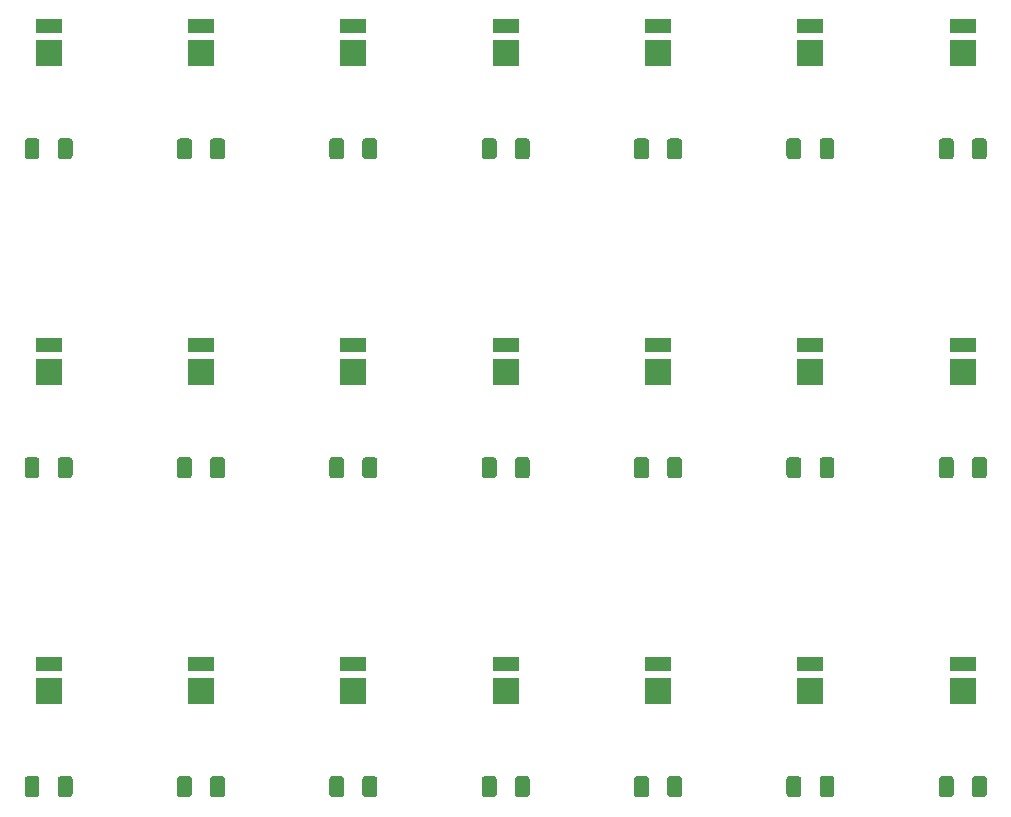
<source format=gbr>
G04 #@! TF.GenerationSoftware,KiCad,Pcbnew,(5.1.5)-3*
G04 #@! TF.CreationDate,2020-06-10T08:11:37+03:00*
G04 #@! TF.ProjectId,noname,6e6f6e61-6d65-42e6-9b69-6361645f7063,rev?*
G04 #@! TF.SameCoordinates,Original*
G04 #@! TF.FileFunction,Paste,Top*
G04 #@! TF.FilePolarity,Positive*
%FSLAX46Y46*%
G04 Gerber Fmt 4.6, Leading zero omitted, Abs format (unit mm)*
G04 Created by KiCad (PCBNEW (5.1.5)-3) date 2020-06-10 08:11:37*
%MOMM*%
%LPD*%
G04 APERTURE LIST*
%ADD10C,0.100000*%
%ADD11R,2.200000X1.250000*%
%ADD12R,2.200000X2.200000*%
G04 APERTURE END LIST*
D10*
G36*
X146849504Y-116526204D02*
G01*
X146873773Y-116529804D01*
X146897571Y-116535765D01*
X146920671Y-116544030D01*
X146942849Y-116554520D01*
X146963893Y-116567133D01*
X146983598Y-116581747D01*
X147001777Y-116598223D01*
X147018253Y-116616402D01*
X147032867Y-116636107D01*
X147045480Y-116657151D01*
X147055970Y-116679329D01*
X147064235Y-116702429D01*
X147070196Y-116726227D01*
X147073796Y-116750496D01*
X147075000Y-116775000D01*
X147075000Y-118025000D01*
X147073796Y-118049504D01*
X147070196Y-118073773D01*
X147064235Y-118097571D01*
X147055970Y-118120671D01*
X147045480Y-118142849D01*
X147032867Y-118163893D01*
X147018253Y-118183598D01*
X147001777Y-118201777D01*
X146983598Y-118218253D01*
X146963893Y-118232867D01*
X146942849Y-118245480D01*
X146920671Y-118255970D01*
X146897571Y-118264235D01*
X146873773Y-118270196D01*
X146849504Y-118273796D01*
X146825000Y-118275000D01*
X146075000Y-118275000D01*
X146050496Y-118273796D01*
X146026227Y-118270196D01*
X146002429Y-118264235D01*
X145979329Y-118255970D01*
X145957151Y-118245480D01*
X145936107Y-118232867D01*
X145916402Y-118218253D01*
X145898223Y-118201777D01*
X145881747Y-118183598D01*
X145867133Y-118163893D01*
X145854520Y-118142849D01*
X145844030Y-118120671D01*
X145835765Y-118097571D01*
X145829804Y-118073773D01*
X145826204Y-118049504D01*
X145825000Y-118025000D01*
X145825000Y-116775000D01*
X145826204Y-116750496D01*
X145829804Y-116726227D01*
X145835765Y-116702429D01*
X145844030Y-116679329D01*
X145854520Y-116657151D01*
X145867133Y-116636107D01*
X145881747Y-116616402D01*
X145898223Y-116598223D01*
X145916402Y-116581747D01*
X145936107Y-116567133D01*
X145957151Y-116554520D01*
X145979329Y-116544030D01*
X146002429Y-116535765D01*
X146026227Y-116529804D01*
X146050496Y-116526204D01*
X146075000Y-116525000D01*
X146825000Y-116525000D01*
X146849504Y-116526204D01*
G37*
G36*
X149649504Y-116526204D02*
G01*
X149673773Y-116529804D01*
X149697571Y-116535765D01*
X149720671Y-116544030D01*
X149742849Y-116554520D01*
X149763893Y-116567133D01*
X149783598Y-116581747D01*
X149801777Y-116598223D01*
X149818253Y-116616402D01*
X149832867Y-116636107D01*
X149845480Y-116657151D01*
X149855970Y-116679329D01*
X149864235Y-116702429D01*
X149870196Y-116726227D01*
X149873796Y-116750496D01*
X149875000Y-116775000D01*
X149875000Y-118025000D01*
X149873796Y-118049504D01*
X149870196Y-118073773D01*
X149864235Y-118097571D01*
X149855970Y-118120671D01*
X149845480Y-118142849D01*
X149832867Y-118163893D01*
X149818253Y-118183598D01*
X149801777Y-118201777D01*
X149783598Y-118218253D01*
X149763893Y-118232867D01*
X149742849Y-118245480D01*
X149720671Y-118255970D01*
X149697571Y-118264235D01*
X149673773Y-118270196D01*
X149649504Y-118273796D01*
X149625000Y-118275000D01*
X148875000Y-118275000D01*
X148850496Y-118273796D01*
X148826227Y-118270196D01*
X148802429Y-118264235D01*
X148779329Y-118255970D01*
X148757151Y-118245480D01*
X148736107Y-118232867D01*
X148716402Y-118218253D01*
X148698223Y-118201777D01*
X148681747Y-118183598D01*
X148667133Y-118163893D01*
X148654520Y-118142849D01*
X148644030Y-118120671D01*
X148635765Y-118097571D01*
X148629804Y-118073773D01*
X148626204Y-118049504D01*
X148625000Y-118025000D01*
X148625000Y-116775000D01*
X148626204Y-116750496D01*
X148629804Y-116726227D01*
X148635765Y-116702429D01*
X148644030Y-116679329D01*
X148654520Y-116657151D01*
X148667133Y-116636107D01*
X148681747Y-116616402D01*
X148698223Y-116598223D01*
X148716402Y-116581747D01*
X148736107Y-116567133D01*
X148757151Y-116554520D01*
X148779329Y-116544030D01*
X148802429Y-116535765D01*
X148826227Y-116529804D01*
X148850496Y-116526204D01*
X148875000Y-116525000D01*
X149625000Y-116525000D01*
X149649504Y-116526204D01*
G37*
D11*
X173650000Y-107025000D03*
D12*
X173650000Y-109300000D03*
D10*
G36*
X108149504Y-116526204D02*
G01*
X108173773Y-116529804D01*
X108197571Y-116535765D01*
X108220671Y-116544030D01*
X108242849Y-116554520D01*
X108263893Y-116567133D01*
X108283598Y-116581747D01*
X108301777Y-116598223D01*
X108318253Y-116616402D01*
X108332867Y-116636107D01*
X108345480Y-116657151D01*
X108355970Y-116679329D01*
X108364235Y-116702429D01*
X108370196Y-116726227D01*
X108373796Y-116750496D01*
X108375000Y-116775000D01*
X108375000Y-118025000D01*
X108373796Y-118049504D01*
X108370196Y-118073773D01*
X108364235Y-118097571D01*
X108355970Y-118120671D01*
X108345480Y-118142849D01*
X108332867Y-118163893D01*
X108318253Y-118183598D01*
X108301777Y-118201777D01*
X108283598Y-118218253D01*
X108263893Y-118232867D01*
X108242849Y-118245480D01*
X108220671Y-118255970D01*
X108197571Y-118264235D01*
X108173773Y-118270196D01*
X108149504Y-118273796D01*
X108125000Y-118275000D01*
X107375000Y-118275000D01*
X107350496Y-118273796D01*
X107326227Y-118270196D01*
X107302429Y-118264235D01*
X107279329Y-118255970D01*
X107257151Y-118245480D01*
X107236107Y-118232867D01*
X107216402Y-118218253D01*
X107198223Y-118201777D01*
X107181747Y-118183598D01*
X107167133Y-118163893D01*
X107154520Y-118142849D01*
X107144030Y-118120671D01*
X107135765Y-118097571D01*
X107129804Y-118073773D01*
X107126204Y-118049504D01*
X107125000Y-118025000D01*
X107125000Y-116775000D01*
X107126204Y-116750496D01*
X107129804Y-116726227D01*
X107135765Y-116702429D01*
X107144030Y-116679329D01*
X107154520Y-116657151D01*
X107167133Y-116636107D01*
X107181747Y-116616402D01*
X107198223Y-116598223D01*
X107216402Y-116581747D01*
X107236107Y-116567133D01*
X107257151Y-116554520D01*
X107279329Y-116544030D01*
X107302429Y-116535765D01*
X107326227Y-116529804D01*
X107350496Y-116526204D01*
X107375000Y-116525000D01*
X108125000Y-116525000D01*
X108149504Y-116526204D01*
G37*
G36*
X110949504Y-116526204D02*
G01*
X110973773Y-116529804D01*
X110997571Y-116535765D01*
X111020671Y-116544030D01*
X111042849Y-116554520D01*
X111063893Y-116567133D01*
X111083598Y-116581747D01*
X111101777Y-116598223D01*
X111118253Y-116616402D01*
X111132867Y-116636107D01*
X111145480Y-116657151D01*
X111155970Y-116679329D01*
X111164235Y-116702429D01*
X111170196Y-116726227D01*
X111173796Y-116750496D01*
X111175000Y-116775000D01*
X111175000Y-118025000D01*
X111173796Y-118049504D01*
X111170196Y-118073773D01*
X111164235Y-118097571D01*
X111155970Y-118120671D01*
X111145480Y-118142849D01*
X111132867Y-118163893D01*
X111118253Y-118183598D01*
X111101777Y-118201777D01*
X111083598Y-118218253D01*
X111063893Y-118232867D01*
X111042849Y-118245480D01*
X111020671Y-118255970D01*
X110997571Y-118264235D01*
X110973773Y-118270196D01*
X110949504Y-118273796D01*
X110925000Y-118275000D01*
X110175000Y-118275000D01*
X110150496Y-118273796D01*
X110126227Y-118270196D01*
X110102429Y-118264235D01*
X110079329Y-118255970D01*
X110057151Y-118245480D01*
X110036107Y-118232867D01*
X110016402Y-118218253D01*
X109998223Y-118201777D01*
X109981747Y-118183598D01*
X109967133Y-118163893D01*
X109954520Y-118142849D01*
X109944030Y-118120671D01*
X109935765Y-118097571D01*
X109929804Y-118073773D01*
X109926204Y-118049504D01*
X109925000Y-118025000D01*
X109925000Y-116775000D01*
X109926204Y-116750496D01*
X109929804Y-116726227D01*
X109935765Y-116702429D01*
X109944030Y-116679329D01*
X109954520Y-116657151D01*
X109967133Y-116636107D01*
X109981747Y-116616402D01*
X109998223Y-116598223D01*
X110016402Y-116581747D01*
X110036107Y-116567133D01*
X110057151Y-116554520D01*
X110079329Y-116544030D01*
X110102429Y-116535765D01*
X110126227Y-116529804D01*
X110150496Y-116526204D01*
X110175000Y-116525000D01*
X110925000Y-116525000D01*
X110949504Y-116526204D01*
G37*
G36*
X133949504Y-116526204D02*
G01*
X133973773Y-116529804D01*
X133997571Y-116535765D01*
X134020671Y-116544030D01*
X134042849Y-116554520D01*
X134063893Y-116567133D01*
X134083598Y-116581747D01*
X134101777Y-116598223D01*
X134118253Y-116616402D01*
X134132867Y-116636107D01*
X134145480Y-116657151D01*
X134155970Y-116679329D01*
X134164235Y-116702429D01*
X134170196Y-116726227D01*
X134173796Y-116750496D01*
X134175000Y-116775000D01*
X134175000Y-118025000D01*
X134173796Y-118049504D01*
X134170196Y-118073773D01*
X134164235Y-118097571D01*
X134155970Y-118120671D01*
X134145480Y-118142849D01*
X134132867Y-118163893D01*
X134118253Y-118183598D01*
X134101777Y-118201777D01*
X134083598Y-118218253D01*
X134063893Y-118232867D01*
X134042849Y-118245480D01*
X134020671Y-118255970D01*
X133997571Y-118264235D01*
X133973773Y-118270196D01*
X133949504Y-118273796D01*
X133925000Y-118275000D01*
X133175000Y-118275000D01*
X133150496Y-118273796D01*
X133126227Y-118270196D01*
X133102429Y-118264235D01*
X133079329Y-118255970D01*
X133057151Y-118245480D01*
X133036107Y-118232867D01*
X133016402Y-118218253D01*
X132998223Y-118201777D01*
X132981747Y-118183598D01*
X132967133Y-118163893D01*
X132954520Y-118142849D01*
X132944030Y-118120671D01*
X132935765Y-118097571D01*
X132929804Y-118073773D01*
X132926204Y-118049504D01*
X132925000Y-118025000D01*
X132925000Y-116775000D01*
X132926204Y-116750496D01*
X132929804Y-116726227D01*
X132935765Y-116702429D01*
X132944030Y-116679329D01*
X132954520Y-116657151D01*
X132967133Y-116636107D01*
X132981747Y-116616402D01*
X132998223Y-116598223D01*
X133016402Y-116581747D01*
X133036107Y-116567133D01*
X133057151Y-116554520D01*
X133079329Y-116544030D01*
X133102429Y-116535765D01*
X133126227Y-116529804D01*
X133150496Y-116526204D01*
X133175000Y-116525000D01*
X133925000Y-116525000D01*
X133949504Y-116526204D01*
G37*
G36*
X136749504Y-116526204D02*
G01*
X136773773Y-116529804D01*
X136797571Y-116535765D01*
X136820671Y-116544030D01*
X136842849Y-116554520D01*
X136863893Y-116567133D01*
X136883598Y-116581747D01*
X136901777Y-116598223D01*
X136918253Y-116616402D01*
X136932867Y-116636107D01*
X136945480Y-116657151D01*
X136955970Y-116679329D01*
X136964235Y-116702429D01*
X136970196Y-116726227D01*
X136973796Y-116750496D01*
X136975000Y-116775000D01*
X136975000Y-118025000D01*
X136973796Y-118049504D01*
X136970196Y-118073773D01*
X136964235Y-118097571D01*
X136955970Y-118120671D01*
X136945480Y-118142849D01*
X136932867Y-118163893D01*
X136918253Y-118183598D01*
X136901777Y-118201777D01*
X136883598Y-118218253D01*
X136863893Y-118232867D01*
X136842849Y-118245480D01*
X136820671Y-118255970D01*
X136797571Y-118264235D01*
X136773773Y-118270196D01*
X136749504Y-118273796D01*
X136725000Y-118275000D01*
X135975000Y-118275000D01*
X135950496Y-118273796D01*
X135926227Y-118270196D01*
X135902429Y-118264235D01*
X135879329Y-118255970D01*
X135857151Y-118245480D01*
X135836107Y-118232867D01*
X135816402Y-118218253D01*
X135798223Y-118201777D01*
X135781747Y-118183598D01*
X135767133Y-118163893D01*
X135754520Y-118142849D01*
X135744030Y-118120671D01*
X135735765Y-118097571D01*
X135729804Y-118073773D01*
X135726204Y-118049504D01*
X135725000Y-118025000D01*
X135725000Y-116775000D01*
X135726204Y-116750496D01*
X135729804Y-116726227D01*
X135735765Y-116702429D01*
X135744030Y-116679329D01*
X135754520Y-116657151D01*
X135767133Y-116636107D01*
X135781747Y-116616402D01*
X135798223Y-116598223D01*
X135816402Y-116581747D01*
X135836107Y-116567133D01*
X135857151Y-116554520D01*
X135879329Y-116544030D01*
X135902429Y-116535765D01*
X135926227Y-116529804D01*
X135950496Y-116526204D01*
X135975000Y-116525000D01*
X136725000Y-116525000D01*
X136749504Y-116526204D01*
G37*
G36*
X172649504Y-116526204D02*
G01*
X172673773Y-116529804D01*
X172697571Y-116535765D01*
X172720671Y-116544030D01*
X172742849Y-116554520D01*
X172763893Y-116567133D01*
X172783598Y-116581747D01*
X172801777Y-116598223D01*
X172818253Y-116616402D01*
X172832867Y-116636107D01*
X172845480Y-116657151D01*
X172855970Y-116679329D01*
X172864235Y-116702429D01*
X172870196Y-116726227D01*
X172873796Y-116750496D01*
X172875000Y-116775000D01*
X172875000Y-118025000D01*
X172873796Y-118049504D01*
X172870196Y-118073773D01*
X172864235Y-118097571D01*
X172855970Y-118120671D01*
X172845480Y-118142849D01*
X172832867Y-118163893D01*
X172818253Y-118183598D01*
X172801777Y-118201777D01*
X172783598Y-118218253D01*
X172763893Y-118232867D01*
X172742849Y-118245480D01*
X172720671Y-118255970D01*
X172697571Y-118264235D01*
X172673773Y-118270196D01*
X172649504Y-118273796D01*
X172625000Y-118275000D01*
X171875000Y-118275000D01*
X171850496Y-118273796D01*
X171826227Y-118270196D01*
X171802429Y-118264235D01*
X171779329Y-118255970D01*
X171757151Y-118245480D01*
X171736107Y-118232867D01*
X171716402Y-118218253D01*
X171698223Y-118201777D01*
X171681747Y-118183598D01*
X171667133Y-118163893D01*
X171654520Y-118142849D01*
X171644030Y-118120671D01*
X171635765Y-118097571D01*
X171629804Y-118073773D01*
X171626204Y-118049504D01*
X171625000Y-118025000D01*
X171625000Y-116775000D01*
X171626204Y-116750496D01*
X171629804Y-116726227D01*
X171635765Y-116702429D01*
X171644030Y-116679329D01*
X171654520Y-116657151D01*
X171667133Y-116636107D01*
X171681747Y-116616402D01*
X171698223Y-116598223D01*
X171716402Y-116581747D01*
X171736107Y-116567133D01*
X171757151Y-116554520D01*
X171779329Y-116544030D01*
X171802429Y-116535765D01*
X171826227Y-116529804D01*
X171850496Y-116526204D01*
X171875000Y-116525000D01*
X172625000Y-116525000D01*
X172649504Y-116526204D01*
G37*
G36*
X175449504Y-116526204D02*
G01*
X175473773Y-116529804D01*
X175497571Y-116535765D01*
X175520671Y-116544030D01*
X175542849Y-116554520D01*
X175563893Y-116567133D01*
X175583598Y-116581747D01*
X175601777Y-116598223D01*
X175618253Y-116616402D01*
X175632867Y-116636107D01*
X175645480Y-116657151D01*
X175655970Y-116679329D01*
X175664235Y-116702429D01*
X175670196Y-116726227D01*
X175673796Y-116750496D01*
X175675000Y-116775000D01*
X175675000Y-118025000D01*
X175673796Y-118049504D01*
X175670196Y-118073773D01*
X175664235Y-118097571D01*
X175655970Y-118120671D01*
X175645480Y-118142849D01*
X175632867Y-118163893D01*
X175618253Y-118183598D01*
X175601777Y-118201777D01*
X175583598Y-118218253D01*
X175563893Y-118232867D01*
X175542849Y-118245480D01*
X175520671Y-118255970D01*
X175497571Y-118264235D01*
X175473773Y-118270196D01*
X175449504Y-118273796D01*
X175425000Y-118275000D01*
X174675000Y-118275000D01*
X174650496Y-118273796D01*
X174626227Y-118270196D01*
X174602429Y-118264235D01*
X174579329Y-118255970D01*
X174557151Y-118245480D01*
X174536107Y-118232867D01*
X174516402Y-118218253D01*
X174498223Y-118201777D01*
X174481747Y-118183598D01*
X174467133Y-118163893D01*
X174454520Y-118142849D01*
X174444030Y-118120671D01*
X174435765Y-118097571D01*
X174429804Y-118073773D01*
X174426204Y-118049504D01*
X174425000Y-118025000D01*
X174425000Y-116775000D01*
X174426204Y-116750496D01*
X174429804Y-116726227D01*
X174435765Y-116702429D01*
X174444030Y-116679329D01*
X174454520Y-116657151D01*
X174467133Y-116636107D01*
X174481747Y-116616402D01*
X174498223Y-116598223D01*
X174516402Y-116581747D01*
X174536107Y-116567133D01*
X174557151Y-116554520D01*
X174579329Y-116544030D01*
X174602429Y-116535765D01*
X174626227Y-116529804D01*
X174650496Y-116526204D01*
X174675000Y-116525000D01*
X175425000Y-116525000D01*
X175449504Y-116526204D01*
G37*
G36*
X159749504Y-116526204D02*
G01*
X159773773Y-116529804D01*
X159797571Y-116535765D01*
X159820671Y-116544030D01*
X159842849Y-116554520D01*
X159863893Y-116567133D01*
X159883598Y-116581747D01*
X159901777Y-116598223D01*
X159918253Y-116616402D01*
X159932867Y-116636107D01*
X159945480Y-116657151D01*
X159955970Y-116679329D01*
X159964235Y-116702429D01*
X159970196Y-116726227D01*
X159973796Y-116750496D01*
X159975000Y-116775000D01*
X159975000Y-118025000D01*
X159973796Y-118049504D01*
X159970196Y-118073773D01*
X159964235Y-118097571D01*
X159955970Y-118120671D01*
X159945480Y-118142849D01*
X159932867Y-118163893D01*
X159918253Y-118183598D01*
X159901777Y-118201777D01*
X159883598Y-118218253D01*
X159863893Y-118232867D01*
X159842849Y-118245480D01*
X159820671Y-118255970D01*
X159797571Y-118264235D01*
X159773773Y-118270196D01*
X159749504Y-118273796D01*
X159725000Y-118275000D01*
X158975000Y-118275000D01*
X158950496Y-118273796D01*
X158926227Y-118270196D01*
X158902429Y-118264235D01*
X158879329Y-118255970D01*
X158857151Y-118245480D01*
X158836107Y-118232867D01*
X158816402Y-118218253D01*
X158798223Y-118201777D01*
X158781747Y-118183598D01*
X158767133Y-118163893D01*
X158754520Y-118142849D01*
X158744030Y-118120671D01*
X158735765Y-118097571D01*
X158729804Y-118073773D01*
X158726204Y-118049504D01*
X158725000Y-118025000D01*
X158725000Y-116775000D01*
X158726204Y-116750496D01*
X158729804Y-116726227D01*
X158735765Y-116702429D01*
X158744030Y-116679329D01*
X158754520Y-116657151D01*
X158767133Y-116636107D01*
X158781747Y-116616402D01*
X158798223Y-116598223D01*
X158816402Y-116581747D01*
X158836107Y-116567133D01*
X158857151Y-116554520D01*
X158879329Y-116544030D01*
X158902429Y-116535765D01*
X158926227Y-116529804D01*
X158950496Y-116526204D01*
X158975000Y-116525000D01*
X159725000Y-116525000D01*
X159749504Y-116526204D01*
G37*
G36*
X162549504Y-116526204D02*
G01*
X162573773Y-116529804D01*
X162597571Y-116535765D01*
X162620671Y-116544030D01*
X162642849Y-116554520D01*
X162663893Y-116567133D01*
X162683598Y-116581747D01*
X162701777Y-116598223D01*
X162718253Y-116616402D01*
X162732867Y-116636107D01*
X162745480Y-116657151D01*
X162755970Y-116679329D01*
X162764235Y-116702429D01*
X162770196Y-116726227D01*
X162773796Y-116750496D01*
X162775000Y-116775000D01*
X162775000Y-118025000D01*
X162773796Y-118049504D01*
X162770196Y-118073773D01*
X162764235Y-118097571D01*
X162755970Y-118120671D01*
X162745480Y-118142849D01*
X162732867Y-118163893D01*
X162718253Y-118183598D01*
X162701777Y-118201777D01*
X162683598Y-118218253D01*
X162663893Y-118232867D01*
X162642849Y-118245480D01*
X162620671Y-118255970D01*
X162597571Y-118264235D01*
X162573773Y-118270196D01*
X162549504Y-118273796D01*
X162525000Y-118275000D01*
X161775000Y-118275000D01*
X161750496Y-118273796D01*
X161726227Y-118270196D01*
X161702429Y-118264235D01*
X161679329Y-118255970D01*
X161657151Y-118245480D01*
X161636107Y-118232867D01*
X161616402Y-118218253D01*
X161598223Y-118201777D01*
X161581747Y-118183598D01*
X161567133Y-118163893D01*
X161554520Y-118142849D01*
X161544030Y-118120671D01*
X161535765Y-118097571D01*
X161529804Y-118073773D01*
X161526204Y-118049504D01*
X161525000Y-118025000D01*
X161525000Y-116775000D01*
X161526204Y-116750496D01*
X161529804Y-116726227D01*
X161535765Y-116702429D01*
X161544030Y-116679329D01*
X161554520Y-116657151D01*
X161567133Y-116636107D01*
X161581747Y-116616402D01*
X161598223Y-116598223D01*
X161616402Y-116581747D01*
X161636107Y-116567133D01*
X161657151Y-116554520D01*
X161679329Y-116544030D01*
X161702429Y-116535765D01*
X161726227Y-116529804D01*
X161750496Y-116526204D01*
X161775000Y-116525000D01*
X162525000Y-116525000D01*
X162549504Y-116526204D01*
G37*
D11*
X160750000Y-107025000D03*
D12*
X160750000Y-109300000D03*
D11*
X109150000Y-107025000D03*
D12*
X109150000Y-109300000D03*
D10*
G36*
X121049504Y-116526204D02*
G01*
X121073773Y-116529804D01*
X121097571Y-116535765D01*
X121120671Y-116544030D01*
X121142849Y-116554520D01*
X121163893Y-116567133D01*
X121183598Y-116581747D01*
X121201777Y-116598223D01*
X121218253Y-116616402D01*
X121232867Y-116636107D01*
X121245480Y-116657151D01*
X121255970Y-116679329D01*
X121264235Y-116702429D01*
X121270196Y-116726227D01*
X121273796Y-116750496D01*
X121275000Y-116775000D01*
X121275000Y-118025000D01*
X121273796Y-118049504D01*
X121270196Y-118073773D01*
X121264235Y-118097571D01*
X121255970Y-118120671D01*
X121245480Y-118142849D01*
X121232867Y-118163893D01*
X121218253Y-118183598D01*
X121201777Y-118201777D01*
X121183598Y-118218253D01*
X121163893Y-118232867D01*
X121142849Y-118245480D01*
X121120671Y-118255970D01*
X121097571Y-118264235D01*
X121073773Y-118270196D01*
X121049504Y-118273796D01*
X121025000Y-118275000D01*
X120275000Y-118275000D01*
X120250496Y-118273796D01*
X120226227Y-118270196D01*
X120202429Y-118264235D01*
X120179329Y-118255970D01*
X120157151Y-118245480D01*
X120136107Y-118232867D01*
X120116402Y-118218253D01*
X120098223Y-118201777D01*
X120081747Y-118183598D01*
X120067133Y-118163893D01*
X120054520Y-118142849D01*
X120044030Y-118120671D01*
X120035765Y-118097571D01*
X120029804Y-118073773D01*
X120026204Y-118049504D01*
X120025000Y-118025000D01*
X120025000Y-116775000D01*
X120026204Y-116750496D01*
X120029804Y-116726227D01*
X120035765Y-116702429D01*
X120044030Y-116679329D01*
X120054520Y-116657151D01*
X120067133Y-116636107D01*
X120081747Y-116616402D01*
X120098223Y-116598223D01*
X120116402Y-116581747D01*
X120136107Y-116567133D01*
X120157151Y-116554520D01*
X120179329Y-116544030D01*
X120202429Y-116535765D01*
X120226227Y-116529804D01*
X120250496Y-116526204D01*
X120275000Y-116525000D01*
X121025000Y-116525000D01*
X121049504Y-116526204D01*
G37*
G36*
X123849504Y-116526204D02*
G01*
X123873773Y-116529804D01*
X123897571Y-116535765D01*
X123920671Y-116544030D01*
X123942849Y-116554520D01*
X123963893Y-116567133D01*
X123983598Y-116581747D01*
X124001777Y-116598223D01*
X124018253Y-116616402D01*
X124032867Y-116636107D01*
X124045480Y-116657151D01*
X124055970Y-116679329D01*
X124064235Y-116702429D01*
X124070196Y-116726227D01*
X124073796Y-116750496D01*
X124075000Y-116775000D01*
X124075000Y-118025000D01*
X124073796Y-118049504D01*
X124070196Y-118073773D01*
X124064235Y-118097571D01*
X124055970Y-118120671D01*
X124045480Y-118142849D01*
X124032867Y-118163893D01*
X124018253Y-118183598D01*
X124001777Y-118201777D01*
X123983598Y-118218253D01*
X123963893Y-118232867D01*
X123942849Y-118245480D01*
X123920671Y-118255970D01*
X123897571Y-118264235D01*
X123873773Y-118270196D01*
X123849504Y-118273796D01*
X123825000Y-118275000D01*
X123075000Y-118275000D01*
X123050496Y-118273796D01*
X123026227Y-118270196D01*
X123002429Y-118264235D01*
X122979329Y-118255970D01*
X122957151Y-118245480D01*
X122936107Y-118232867D01*
X122916402Y-118218253D01*
X122898223Y-118201777D01*
X122881747Y-118183598D01*
X122867133Y-118163893D01*
X122854520Y-118142849D01*
X122844030Y-118120671D01*
X122835765Y-118097571D01*
X122829804Y-118073773D01*
X122826204Y-118049504D01*
X122825000Y-118025000D01*
X122825000Y-116775000D01*
X122826204Y-116750496D01*
X122829804Y-116726227D01*
X122835765Y-116702429D01*
X122844030Y-116679329D01*
X122854520Y-116657151D01*
X122867133Y-116636107D01*
X122881747Y-116616402D01*
X122898223Y-116598223D01*
X122916402Y-116581747D01*
X122936107Y-116567133D01*
X122957151Y-116554520D01*
X122979329Y-116544030D01*
X123002429Y-116535765D01*
X123026227Y-116529804D01*
X123050496Y-116526204D01*
X123075000Y-116525000D01*
X123825000Y-116525000D01*
X123849504Y-116526204D01*
G37*
D11*
X147850000Y-107025000D03*
D12*
X147850000Y-109300000D03*
D11*
X134950000Y-107025000D03*
D12*
X134950000Y-109300000D03*
D11*
X122050000Y-107025000D03*
D12*
X122050000Y-109300000D03*
D10*
G36*
X98049504Y-116526204D02*
G01*
X98073773Y-116529804D01*
X98097571Y-116535765D01*
X98120671Y-116544030D01*
X98142849Y-116554520D01*
X98163893Y-116567133D01*
X98183598Y-116581747D01*
X98201777Y-116598223D01*
X98218253Y-116616402D01*
X98232867Y-116636107D01*
X98245480Y-116657151D01*
X98255970Y-116679329D01*
X98264235Y-116702429D01*
X98270196Y-116726227D01*
X98273796Y-116750496D01*
X98275000Y-116775000D01*
X98275000Y-118025000D01*
X98273796Y-118049504D01*
X98270196Y-118073773D01*
X98264235Y-118097571D01*
X98255970Y-118120671D01*
X98245480Y-118142849D01*
X98232867Y-118163893D01*
X98218253Y-118183598D01*
X98201777Y-118201777D01*
X98183598Y-118218253D01*
X98163893Y-118232867D01*
X98142849Y-118245480D01*
X98120671Y-118255970D01*
X98097571Y-118264235D01*
X98073773Y-118270196D01*
X98049504Y-118273796D01*
X98025000Y-118275000D01*
X97275000Y-118275000D01*
X97250496Y-118273796D01*
X97226227Y-118270196D01*
X97202429Y-118264235D01*
X97179329Y-118255970D01*
X97157151Y-118245480D01*
X97136107Y-118232867D01*
X97116402Y-118218253D01*
X97098223Y-118201777D01*
X97081747Y-118183598D01*
X97067133Y-118163893D01*
X97054520Y-118142849D01*
X97044030Y-118120671D01*
X97035765Y-118097571D01*
X97029804Y-118073773D01*
X97026204Y-118049504D01*
X97025000Y-118025000D01*
X97025000Y-116775000D01*
X97026204Y-116750496D01*
X97029804Y-116726227D01*
X97035765Y-116702429D01*
X97044030Y-116679329D01*
X97054520Y-116657151D01*
X97067133Y-116636107D01*
X97081747Y-116616402D01*
X97098223Y-116598223D01*
X97116402Y-116581747D01*
X97136107Y-116567133D01*
X97157151Y-116554520D01*
X97179329Y-116544030D01*
X97202429Y-116535765D01*
X97226227Y-116529804D01*
X97250496Y-116526204D01*
X97275000Y-116525000D01*
X98025000Y-116525000D01*
X98049504Y-116526204D01*
G37*
G36*
X95249504Y-116526204D02*
G01*
X95273773Y-116529804D01*
X95297571Y-116535765D01*
X95320671Y-116544030D01*
X95342849Y-116554520D01*
X95363893Y-116567133D01*
X95383598Y-116581747D01*
X95401777Y-116598223D01*
X95418253Y-116616402D01*
X95432867Y-116636107D01*
X95445480Y-116657151D01*
X95455970Y-116679329D01*
X95464235Y-116702429D01*
X95470196Y-116726227D01*
X95473796Y-116750496D01*
X95475000Y-116775000D01*
X95475000Y-118025000D01*
X95473796Y-118049504D01*
X95470196Y-118073773D01*
X95464235Y-118097571D01*
X95455970Y-118120671D01*
X95445480Y-118142849D01*
X95432867Y-118163893D01*
X95418253Y-118183598D01*
X95401777Y-118201777D01*
X95383598Y-118218253D01*
X95363893Y-118232867D01*
X95342849Y-118245480D01*
X95320671Y-118255970D01*
X95297571Y-118264235D01*
X95273773Y-118270196D01*
X95249504Y-118273796D01*
X95225000Y-118275000D01*
X94475000Y-118275000D01*
X94450496Y-118273796D01*
X94426227Y-118270196D01*
X94402429Y-118264235D01*
X94379329Y-118255970D01*
X94357151Y-118245480D01*
X94336107Y-118232867D01*
X94316402Y-118218253D01*
X94298223Y-118201777D01*
X94281747Y-118183598D01*
X94267133Y-118163893D01*
X94254520Y-118142849D01*
X94244030Y-118120671D01*
X94235765Y-118097571D01*
X94229804Y-118073773D01*
X94226204Y-118049504D01*
X94225000Y-118025000D01*
X94225000Y-116775000D01*
X94226204Y-116750496D01*
X94229804Y-116726227D01*
X94235765Y-116702429D01*
X94244030Y-116679329D01*
X94254520Y-116657151D01*
X94267133Y-116636107D01*
X94281747Y-116616402D01*
X94298223Y-116598223D01*
X94316402Y-116581747D01*
X94336107Y-116567133D01*
X94357151Y-116554520D01*
X94379329Y-116544030D01*
X94402429Y-116535765D01*
X94426227Y-116529804D01*
X94450496Y-116526204D01*
X94475000Y-116525000D01*
X95225000Y-116525000D01*
X95249504Y-116526204D01*
G37*
D12*
X96250000Y-109300000D03*
D11*
X96250000Y-107025000D03*
D10*
G36*
X136749504Y-89526204D02*
G01*
X136773773Y-89529804D01*
X136797571Y-89535765D01*
X136820671Y-89544030D01*
X136842849Y-89554520D01*
X136863893Y-89567133D01*
X136883598Y-89581747D01*
X136901777Y-89598223D01*
X136918253Y-89616402D01*
X136932867Y-89636107D01*
X136945480Y-89657151D01*
X136955970Y-89679329D01*
X136964235Y-89702429D01*
X136970196Y-89726227D01*
X136973796Y-89750496D01*
X136975000Y-89775000D01*
X136975000Y-91025000D01*
X136973796Y-91049504D01*
X136970196Y-91073773D01*
X136964235Y-91097571D01*
X136955970Y-91120671D01*
X136945480Y-91142849D01*
X136932867Y-91163893D01*
X136918253Y-91183598D01*
X136901777Y-91201777D01*
X136883598Y-91218253D01*
X136863893Y-91232867D01*
X136842849Y-91245480D01*
X136820671Y-91255970D01*
X136797571Y-91264235D01*
X136773773Y-91270196D01*
X136749504Y-91273796D01*
X136725000Y-91275000D01*
X135975000Y-91275000D01*
X135950496Y-91273796D01*
X135926227Y-91270196D01*
X135902429Y-91264235D01*
X135879329Y-91255970D01*
X135857151Y-91245480D01*
X135836107Y-91232867D01*
X135816402Y-91218253D01*
X135798223Y-91201777D01*
X135781747Y-91183598D01*
X135767133Y-91163893D01*
X135754520Y-91142849D01*
X135744030Y-91120671D01*
X135735765Y-91097571D01*
X135729804Y-91073773D01*
X135726204Y-91049504D01*
X135725000Y-91025000D01*
X135725000Y-89775000D01*
X135726204Y-89750496D01*
X135729804Y-89726227D01*
X135735765Y-89702429D01*
X135744030Y-89679329D01*
X135754520Y-89657151D01*
X135767133Y-89636107D01*
X135781747Y-89616402D01*
X135798223Y-89598223D01*
X135816402Y-89581747D01*
X135836107Y-89567133D01*
X135857151Y-89554520D01*
X135879329Y-89544030D01*
X135902429Y-89535765D01*
X135926227Y-89529804D01*
X135950496Y-89526204D01*
X135975000Y-89525000D01*
X136725000Y-89525000D01*
X136749504Y-89526204D01*
G37*
G36*
X133949504Y-89526204D02*
G01*
X133973773Y-89529804D01*
X133997571Y-89535765D01*
X134020671Y-89544030D01*
X134042849Y-89554520D01*
X134063893Y-89567133D01*
X134083598Y-89581747D01*
X134101777Y-89598223D01*
X134118253Y-89616402D01*
X134132867Y-89636107D01*
X134145480Y-89657151D01*
X134155970Y-89679329D01*
X134164235Y-89702429D01*
X134170196Y-89726227D01*
X134173796Y-89750496D01*
X134175000Y-89775000D01*
X134175000Y-91025000D01*
X134173796Y-91049504D01*
X134170196Y-91073773D01*
X134164235Y-91097571D01*
X134155970Y-91120671D01*
X134145480Y-91142849D01*
X134132867Y-91163893D01*
X134118253Y-91183598D01*
X134101777Y-91201777D01*
X134083598Y-91218253D01*
X134063893Y-91232867D01*
X134042849Y-91245480D01*
X134020671Y-91255970D01*
X133997571Y-91264235D01*
X133973773Y-91270196D01*
X133949504Y-91273796D01*
X133925000Y-91275000D01*
X133175000Y-91275000D01*
X133150496Y-91273796D01*
X133126227Y-91270196D01*
X133102429Y-91264235D01*
X133079329Y-91255970D01*
X133057151Y-91245480D01*
X133036107Y-91232867D01*
X133016402Y-91218253D01*
X132998223Y-91201777D01*
X132981747Y-91183598D01*
X132967133Y-91163893D01*
X132954520Y-91142849D01*
X132944030Y-91120671D01*
X132935765Y-91097571D01*
X132929804Y-91073773D01*
X132926204Y-91049504D01*
X132925000Y-91025000D01*
X132925000Y-89775000D01*
X132926204Y-89750496D01*
X132929804Y-89726227D01*
X132935765Y-89702429D01*
X132944030Y-89679329D01*
X132954520Y-89657151D01*
X132967133Y-89636107D01*
X132981747Y-89616402D01*
X132998223Y-89598223D01*
X133016402Y-89581747D01*
X133036107Y-89567133D01*
X133057151Y-89554520D01*
X133079329Y-89544030D01*
X133102429Y-89535765D01*
X133126227Y-89529804D01*
X133150496Y-89526204D01*
X133175000Y-89525000D01*
X133925000Y-89525000D01*
X133949504Y-89526204D01*
G37*
G36*
X110949504Y-89526204D02*
G01*
X110973773Y-89529804D01*
X110997571Y-89535765D01*
X111020671Y-89544030D01*
X111042849Y-89554520D01*
X111063893Y-89567133D01*
X111083598Y-89581747D01*
X111101777Y-89598223D01*
X111118253Y-89616402D01*
X111132867Y-89636107D01*
X111145480Y-89657151D01*
X111155970Y-89679329D01*
X111164235Y-89702429D01*
X111170196Y-89726227D01*
X111173796Y-89750496D01*
X111175000Y-89775000D01*
X111175000Y-91025000D01*
X111173796Y-91049504D01*
X111170196Y-91073773D01*
X111164235Y-91097571D01*
X111155970Y-91120671D01*
X111145480Y-91142849D01*
X111132867Y-91163893D01*
X111118253Y-91183598D01*
X111101777Y-91201777D01*
X111083598Y-91218253D01*
X111063893Y-91232867D01*
X111042849Y-91245480D01*
X111020671Y-91255970D01*
X110997571Y-91264235D01*
X110973773Y-91270196D01*
X110949504Y-91273796D01*
X110925000Y-91275000D01*
X110175000Y-91275000D01*
X110150496Y-91273796D01*
X110126227Y-91270196D01*
X110102429Y-91264235D01*
X110079329Y-91255970D01*
X110057151Y-91245480D01*
X110036107Y-91232867D01*
X110016402Y-91218253D01*
X109998223Y-91201777D01*
X109981747Y-91183598D01*
X109967133Y-91163893D01*
X109954520Y-91142849D01*
X109944030Y-91120671D01*
X109935765Y-91097571D01*
X109929804Y-91073773D01*
X109926204Y-91049504D01*
X109925000Y-91025000D01*
X109925000Y-89775000D01*
X109926204Y-89750496D01*
X109929804Y-89726227D01*
X109935765Y-89702429D01*
X109944030Y-89679329D01*
X109954520Y-89657151D01*
X109967133Y-89636107D01*
X109981747Y-89616402D01*
X109998223Y-89598223D01*
X110016402Y-89581747D01*
X110036107Y-89567133D01*
X110057151Y-89554520D01*
X110079329Y-89544030D01*
X110102429Y-89535765D01*
X110126227Y-89529804D01*
X110150496Y-89526204D01*
X110175000Y-89525000D01*
X110925000Y-89525000D01*
X110949504Y-89526204D01*
G37*
G36*
X108149504Y-89526204D02*
G01*
X108173773Y-89529804D01*
X108197571Y-89535765D01*
X108220671Y-89544030D01*
X108242849Y-89554520D01*
X108263893Y-89567133D01*
X108283598Y-89581747D01*
X108301777Y-89598223D01*
X108318253Y-89616402D01*
X108332867Y-89636107D01*
X108345480Y-89657151D01*
X108355970Y-89679329D01*
X108364235Y-89702429D01*
X108370196Y-89726227D01*
X108373796Y-89750496D01*
X108375000Y-89775000D01*
X108375000Y-91025000D01*
X108373796Y-91049504D01*
X108370196Y-91073773D01*
X108364235Y-91097571D01*
X108355970Y-91120671D01*
X108345480Y-91142849D01*
X108332867Y-91163893D01*
X108318253Y-91183598D01*
X108301777Y-91201777D01*
X108283598Y-91218253D01*
X108263893Y-91232867D01*
X108242849Y-91245480D01*
X108220671Y-91255970D01*
X108197571Y-91264235D01*
X108173773Y-91270196D01*
X108149504Y-91273796D01*
X108125000Y-91275000D01*
X107375000Y-91275000D01*
X107350496Y-91273796D01*
X107326227Y-91270196D01*
X107302429Y-91264235D01*
X107279329Y-91255970D01*
X107257151Y-91245480D01*
X107236107Y-91232867D01*
X107216402Y-91218253D01*
X107198223Y-91201777D01*
X107181747Y-91183598D01*
X107167133Y-91163893D01*
X107154520Y-91142849D01*
X107144030Y-91120671D01*
X107135765Y-91097571D01*
X107129804Y-91073773D01*
X107126204Y-91049504D01*
X107125000Y-91025000D01*
X107125000Y-89775000D01*
X107126204Y-89750496D01*
X107129804Y-89726227D01*
X107135765Y-89702429D01*
X107144030Y-89679329D01*
X107154520Y-89657151D01*
X107167133Y-89636107D01*
X107181747Y-89616402D01*
X107198223Y-89598223D01*
X107216402Y-89581747D01*
X107236107Y-89567133D01*
X107257151Y-89554520D01*
X107279329Y-89544030D01*
X107302429Y-89535765D01*
X107326227Y-89529804D01*
X107350496Y-89526204D01*
X107375000Y-89525000D01*
X108125000Y-89525000D01*
X108149504Y-89526204D01*
G37*
G36*
X175449504Y-89526204D02*
G01*
X175473773Y-89529804D01*
X175497571Y-89535765D01*
X175520671Y-89544030D01*
X175542849Y-89554520D01*
X175563893Y-89567133D01*
X175583598Y-89581747D01*
X175601777Y-89598223D01*
X175618253Y-89616402D01*
X175632867Y-89636107D01*
X175645480Y-89657151D01*
X175655970Y-89679329D01*
X175664235Y-89702429D01*
X175670196Y-89726227D01*
X175673796Y-89750496D01*
X175675000Y-89775000D01*
X175675000Y-91025000D01*
X175673796Y-91049504D01*
X175670196Y-91073773D01*
X175664235Y-91097571D01*
X175655970Y-91120671D01*
X175645480Y-91142849D01*
X175632867Y-91163893D01*
X175618253Y-91183598D01*
X175601777Y-91201777D01*
X175583598Y-91218253D01*
X175563893Y-91232867D01*
X175542849Y-91245480D01*
X175520671Y-91255970D01*
X175497571Y-91264235D01*
X175473773Y-91270196D01*
X175449504Y-91273796D01*
X175425000Y-91275000D01*
X174675000Y-91275000D01*
X174650496Y-91273796D01*
X174626227Y-91270196D01*
X174602429Y-91264235D01*
X174579329Y-91255970D01*
X174557151Y-91245480D01*
X174536107Y-91232867D01*
X174516402Y-91218253D01*
X174498223Y-91201777D01*
X174481747Y-91183598D01*
X174467133Y-91163893D01*
X174454520Y-91142849D01*
X174444030Y-91120671D01*
X174435765Y-91097571D01*
X174429804Y-91073773D01*
X174426204Y-91049504D01*
X174425000Y-91025000D01*
X174425000Y-89775000D01*
X174426204Y-89750496D01*
X174429804Y-89726227D01*
X174435765Y-89702429D01*
X174444030Y-89679329D01*
X174454520Y-89657151D01*
X174467133Y-89636107D01*
X174481747Y-89616402D01*
X174498223Y-89598223D01*
X174516402Y-89581747D01*
X174536107Y-89567133D01*
X174557151Y-89554520D01*
X174579329Y-89544030D01*
X174602429Y-89535765D01*
X174626227Y-89529804D01*
X174650496Y-89526204D01*
X174675000Y-89525000D01*
X175425000Y-89525000D01*
X175449504Y-89526204D01*
G37*
G36*
X172649504Y-89526204D02*
G01*
X172673773Y-89529804D01*
X172697571Y-89535765D01*
X172720671Y-89544030D01*
X172742849Y-89554520D01*
X172763893Y-89567133D01*
X172783598Y-89581747D01*
X172801777Y-89598223D01*
X172818253Y-89616402D01*
X172832867Y-89636107D01*
X172845480Y-89657151D01*
X172855970Y-89679329D01*
X172864235Y-89702429D01*
X172870196Y-89726227D01*
X172873796Y-89750496D01*
X172875000Y-89775000D01*
X172875000Y-91025000D01*
X172873796Y-91049504D01*
X172870196Y-91073773D01*
X172864235Y-91097571D01*
X172855970Y-91120671D01*
X172845480Y-91142849D01*
X172832867Y-91163893D01*
X172818253Y-91183598D01*
X172801777Y-91201777D01*
X172783598Y-91218253D01*
X172763893Y-91232867D01*
X172742849Y-91245480D01*
X172720671Y-91255970D01*
X172697571Y-91264235D01*
X172673773Y-91270196D01*
X172649504Y-91273796D01*
X172625000Y-91275000D01*
X171875000Y-91275000D01*
X171850496Y-91273796D01*
X171826227Y-91270196D01*
X171802429Y-91264235D01*
X171779329Y-91255970D01*
X171757151Y-91245480D01*
X171736107Y-91232867D01*
X171716402Y-91218253D01*
X171698223Y-91201777D01*
X171681747Y-91183598D01*
X171667133Y-91163893D01*
X171654520Y-91142849D01*
X171644030Y-91120671D01*
X171635765Y-91097571D01*
X171629804Y-91073773D01*
X171626204Y-91049504D01*
X171625000Y-91025000D01*
X171625000Y-89775000D01*
X171626204Y-89750496D01*
X171629804Y-89726227D01*
X171635765Y-89702429D01*
X171644030Y-89679329D01*
X171654520Y-89657151D01*
X171667133Y-89636107D01*
X171681747Y-89616402D01*
X171698223Y-89598223D01*
X171716402Y-89581747D01*
X171736107Y-89567133D01*
X171757151Y-89554520D01*
X171779329Y-89544030D01*
X171802429Y-89535765D01*
X171826227Y-89529804D01*
X171850496Y-89526204D01*
X171875000Y-89525000D01*
X172625000Y-89525000D01*
X172649504Y-89526204D01*
G37*
G36*
X162549504Y-89526204D02*
G01*
X162573773Y-89529804D01*
X162597571Y-89535765D01*
X162620671Y-89544030D01*
X162642849Y-89554520D01*
X162663893Y-89567133D01*
X162683598Y-89581747D01*
X162701777Y-89598223D01*
X162718253Y-89616402D01*
X162732867Y-89636107D01*
X162745480Y-89657151D01*
X162755970Y-89679329D01*
X162764235Y-89702429D01*
X162770196Y-89726227D01*
X162773796Y-89750496D01*
X162775000Y-89775000D01*
X162775000Y-91025000D01*
X162773796Y-91049504D01*
X162770196Y-91073773D01*
X162764235Y-91097571D01*
X162755970Y-91120671D01*
X162745480Y-91142849D01*
X162732867Y-91163893D01*
X162718253Y-91183598D01*
X162701777Y-91201777D01*
X162683598Y-91218253D01*
X162663893Y-91232867D01*
X162642849Y-91245480D01*
X162620671Y-91255970D01*
X162597571Y-91264235D01*
X162573773Y-91270196D01*
X162549504Y-91273796D01*
X162525000Y-91275000D01*
X161775000Y-91275000D01*
X161750496Y-91273796D01*
X161726227Y-91270196D01*
X161702429Y-91264235D01*
X161679329Y-91255970D01*
X161657151Y-91245480D01*
X161636107Y-91232867D01*
X161616402Y-91218253D01*
X161598223Y-91201777D01*
X161581747Y-91183598D01*
X161567133Y-91163893D01*
X161554520Y-91142849D01*
X161544030Y-91120671D01*
X161535765Y-91097571D01*
X161529804Y-91073773D01*
X161526204Y-91049504D01*
X161525000Y-91025000D01*
X161525000Y-89775000D01*
X161526204Y-89750496D01*
X161529804Y-89726227D01*
X161535765Y-89702429D01*
X161544030Y-89679329D01*
X161554520Y-89657151D01*
X161567133Y-89636107D01*
X161581747Y-89616402D01*
X161598223Y-89598223D01*
X161616402Y-89581747D01*
X161636107Y-89567133D01*
X161657151Y-89554520D01*
X161679329Y-89544030D01*
X161702429Y-89535765D01*
X161726227Y-89529804D01*
X161750496Y-89526204D01*
X161775000Y-89525000D01*
X162525000Y-89525000D01*
X162549504Y-89526204D01*
G37*
G36*
X159749504Y-89526204D02*
G01*
X159773773Y-89529804D01*
X159797571Y-89535765D01*
X159820671Y-89544030D01*
X159842849Y-89554520D01*
X159863893Y-89567133D01*
X159883598Y-89581747D01*
X159901777Y-89598223D01*
X159918253Y-89616402D01*
X159932867Y-89636107D01*
X159945480Y-89657151D01*
X159955970Y-89679329D01*
X159964235Y-89702429D01*
X159970196Y-89726227D01*
X159973796Y-89750496D01*
X159975000Y-89775000D01*
X159975000Y-91025000D01*
X159973796Y-91049504D01*
X159970196Y-91073773D01*
X159964235Y-91097571D01*
X159955970Y-91120671D01*
X159945480Y-91142849D01*
X159932867Y-91163893D01*
X159918253Y-91183598D01*
X159901777Y-91201777D01*
X159883598Y-91218253D01*
X159863893Y-91232867D01*
X159842849Y-91245480D01*
X159820671Y-91255970D01*
X159797571Y-91264235D01*
X159773773Y-91270196D01*
X159749504Y-91273796D01*
X159725000Y-91275000D01*
X158975000Y-91275000D01*
X158950496Y-91273796D01*
X158926227Y-91270196D01*
X158902429Y-91264235D01*
X158879329Y-91255970D01*
X158857151Y-91245480D01*
X158836107Y-91232867D01*
X158816402Y-91218253D01*
X158798223Y-91201777D01*
X158781747Y-91183598D01*
X158767133Y-91163893D01*
X158754520Y-91142849D01*
X158744030Y-91120671D01*
X158735765Y-91097571D01*
X158729804Y-91073773D01*
X158726204Y-91049504D01*
X158725000Y-91025000D01*
X158725000Y-89775000D01*
X158726204Y-89750496D01*
X158729804Y-89726227D01*
X158735765Y-89702429D01*
X158744030Y-89679329D01*
X158754520Y-89657151D01*
X158767133Y-89636107D01*
X158781747Y-89616402D01*
X158798223Y-89598223D01*
X158816402Y-89581747D01*
X158836107Y-89567133D01*
X158857151Y-89554520D01*
X158879329Y-89544030D01*
X158902429Y-89535765D01*
X158926227Y-89529804D01*
X158950496Y-89526204D01*
X158975000Y-89525000D01*
X159725000Y-89525000D01*
X159749504Y-89526204D01*
G37*
G36*
X123849504Y-89526204D02*
G01*
X123873773Y-89529804D01*
X123897571Y-89535765D01*
X123920671Y-89544030D01*
X123942849Y-89554520D01*
X123963893Y-89567133D01*
X123983598Y-89581747D01*
X124001777Y-89598223D01*
X124018253Y-89616402D01*
X124032867Y-89636107D01*
X124045480Y-89657151D01*
X124055970Y-89679329D01*
X124064235Y-89702429D01*
X124070196Y-89726227D01*
X124073796Y-89750496D01*
X124075000Y-89775000D01*
X124075000Y-91025000D01*
X124073796Y-91049504D01*
X124070196Y-91073773D01*
X124064235Y-91097571D01*
X124055970Y-91120671D01*
X124045480Y-91142849D01*
X124032867Y-91163893D01*
X124018253Y-91183598D01*
X124001777Y-91201777D01*
X123983598Y-91218253D01*
X123963893Y-91232867D01*
X123942849Y-91245480D01*
X123920671Y-91255970D01*
X123897571Y-91264235D01*
X123873773Y-91270196D01*
X123849504Y-91273796D01*
X123825000Y-91275000D01*
X123075000Y-91275000D01*
X123050496Y-91273796D01*
X123026227Y-91270196D01*
X123002429Y-91264235D01*
X122979329Y-91255970D01*
X122957151Y-91245480D01*
X122936107Y-91232867D01*
X122916402Y-91218253D01*
X122898223Y-91201777D01*
X122881747Y-91183598D01*
X122867133Y-91163893D01*
X122854520Y-91142849D01*
X122844030Y-91120671D01*
X122835765Y-91097571D01*
X122829804Y-91073773D01*
X122826204Y-91049504D01*
X122825000Y-91025000D01*
X122825000Y-89775000D01*
X122826204Y-89750496D01*
X122829804Y-89726227D01*
X122835765Y-89702429D01*
X122844030Y-89679329D01*
X122854520Y-89657151D01*
X122867133Y-89636107D01*
X122881747Y-89616402D01*
X122898223Y-89598223D01*
X122916402Y-89581747D01*
X122936107Y-89567133D01*
X122957151Y-89554520D01*
X122979329Y-89544030D01*
X123002429Y-89535765D01*
X123026227Y-89529804D01*
X123050496Y-89526204D01*
X123075000Y-89525000D01*
X123825000Y-89525000D01*
X123849504Y-89526204D01*
G37*
G36*
X121049504Y-89526204D02*
G01*
X121073773Y-89529804D01*
X121097571Y-89535765D01*
X121120671Y-89544030D01*
X121142849Y-89554520D01*
X121163893Y-89567133D01*
X121183598Y-89581747D01*
X121201777Y-89598223D01*
X121218253Y-89616402D01*
X121232867Y-89636107D01*
X121245480Y-89657151D01*
X121255970Y-89679329D01*
X121264235Y-89702429D01*
X121270196Y-89726227D01*
X121273796Y-89750496D01*
X121275000Y-89775000D01*
X121275000Y-91025000D01*
X121273796Y-91049504D01*
X121270196Y-91073773D01*
X121264235Y-91097571D01*
X121255970Y-91120671D01*
X121245480Y-91142849D01*
X121232867Y-91163893D01*
X121218253Y-91183598D01*
X121201777Y-91201777D01*
X121183598Y-91218253D01*
X121163893Y-91232867D01*
X121142849Y-91245480D01*
X121120671Y-91255970D01*
X121097571Y-91264235D01*
X121073773Y-91270196D01*
X121049504Y-91273796D01*
X121025000Y-91275000D01*
X120275000Y-91275000D01*
X120250496Y-91273796D01*
X120226227Y-91270196D01*
X120202429Y-91264235D01*
X120179329Y-91255970D01*
X120157151Y-91245480D01*
X120136107Y-91232867D01*
X120116402Y-91218253D01*
X120098223Y-91201777D01*
X120081747Y-91183598D01*
X120067133Y-91163893D01*
X120054520Y-91142849D01*
X120044030Y-91120671D01*
X120035765Y-91097571D01*
X120029804Y-91073773D01*
X120026204Y-91049504D01*
X120025000Y-91025000D01*
X120025000Y-89775000D01*
X120026204Y-89750496D01*
X120029804Y-89726227D01*
X120035765Y-89702429D01*
X120044030Y-89679329D01*
X120054520Y-89657151D01*
X120067133Y-89636107D01*
X120081747Y-89616402D01*
X120098223Y-89598223D01*
X120116402Y-89581747D01*
X120136107Y-89567133D01*
X120157151Y-89554520D01*
X120179329Y-89544030D01*
X120202429Y-89535765D01*
X120226227Y-89529804D01*
X120250496Y-89526204D01*
X120275000Y-89525000D01*
X121025000Y-89525000D01*
X121049504Y-89526204D01*
G37*
G36*
X149649504Y-89526204D02*
G01*
X149673773Y-89529804D01*
X149697571Y-89535765D01*
X149720671Y-89544030D01*
X149742849Y-89554520D01*
X149763893Y-89567133D01*
X149783598Y-89581747D01*
X149801777Y-89598223D01*
X149818253Y-89616402D01*
X149832867Y-89636107D01*
X149845480Y-89657151D01*
X149855970Y-89679329D01*
X149864235Y-89702429D01*
X149870196Y-89726227D01*
X149873796Y-89750496D01*
X149875000Y-89775000D01*
X149875000Y-91025000D01*
X149873796Y-91049504D01*
X149870196Y-91073773D01*
X149864235Y-91097571D01*
X149855970Y-91120671D01*
X149845480Y-91142849D01*
X149832867Y-91163893D01*
X149818253Y-91183598D01*
X149801777Y-91201777D01*
X149783598Y-91218253D01*
X149763893Y-91232867D01*
X149742849Y-91245480D01*
X149720671Y-91255970D01*
X149697571Y-91264235D01*
X149673773Y-91270196D01*
X149649504Y-91273796D01*
X149625000Y-91275000D01*
X148875000Y-91275000D01*
X148850496Y-91273796D01*
X148826227Y-91270196D01*
X148802429Y-91264235D01*
X148779329Y-91255970D01*
X148757151Y-91245480D01*
X148736107Y-91232867D01*
X148716402Y-91218253D01*
X148698223Y-91201777D01*
X148681747Y-91183598D01*
X148667133Y-91163893D01*
X148654520Y-91142849D01*
X148644030Y-91120671D01*
X148635765Y-91097571D01*
X148629804Y-91073773D01*
X148626204Y-91049504D01*
X148625000Y-91025000D01*
X148625000Y-89775000D01*
X148626204Y-89750496D01*
X148629804Y-89726227D01*
X148635765Y-89702429D01*
X148644030Y-89679329D01*
X148654520Y-89657151D01*
X148667133Y-89636107D01*
X148681747Y-89616402D01*
X148698223Y-89598223D01*
X148716402Y-89581747D01*
X148736107Y-89567133D01*
X148757151Y-89554520D01*
X148779329Y-89544030D01*
X148802429Y-89535765D01*
X148826227Y-89529804D01*
X148850496Y-89526204D01*
X148875000Y-89525000D01*
X149625000Y-89525000D01*
X149649504Y-89526204D01*
G37*
G36*
X146849504Y-89526204D02*
G01*
X146873773Y-89529804D01*
X146897571Y-89535765D01*
X146920671Y-89544030D01*
X146942849Y-89554520D01*
X146963893Y-89567133D01*
X146983598Y-89581747D01*
X147001777Y-89598223D01*
X147018253Y-89616402D01*
X147032867Y-89636107D01*
X147045480Y-89657151D01*
X147055970Y-89679329D01*
X147064235Y-89702429D01*
X147070196Y-89726227D01*
X147073796Y-89750496D01*
X147075000Y-89775000D01*
X147075000Y-91025000D01*
X147073796Y-91049504D01*
X147070196Y-91073773D01*
X147064235Y-91097571D01*
X147055970Y-91120671D01*
X147045480Y-91142849D01*
X147032867Y-91163893D01*
X147018253Y-91183598D01*
X147001777Y-91201777D01*
X146983598Y-91218253D01*
X146963893Y-91232867D01*
X146942849Y-91245480D01*
X146920671Y-91255970D01*
X146897571Y-91264235D01*
X146873773Y-91270196D01*
X146849504Y-91273796D01*
X146825000Y-91275000D01*
X146075000Y-91275000D01*
X146050496Y-91273796D01*
X146026227Y-91270196D01*
X146002429Y-91264235D01*
X145979329Y-91255970D01*
X145957151Y-91245480D01*
X145936107Y-91232867D01*
X145916402Y-91218253D01*
X145898223Y-91201777D01*
X145881747Y-91183598D01*
X145867133Y-91163893D01*
X145854520Y-91142849D01*
X145844030Y-91120671D01*
X145835765Y-91097571D01*
X145829804Y-91073773D01*
X145826204Y-91049504D01*
X145825000Y-91025000D01*
X145825000Y-89775000D01*
X145826204Y-89750496D01*
X145829804Y-89726227D01*
X145835765Y-89702429D01*
X145844030Y-89679329D01*
X145854520Y-89657151D01*
X145867133Y-89636107D01*
X145881747Y-89616402D01*
X145898223Y-89598223D01*
X145916402Y-89581747D01*
X145936107Y-89567133D01*
X145957151Y-89554520D01*
X145979329Y-89544030D01*
X146002429Y-89535765D01*
X146026227Y-89529804D01*
X146050496Y-89526204D01*
X146075000Y-89525000D01*
X146825000Y-89525000D01*
X146849504Y-89526204D01*
G37*
D12*
X160750000Y-82300000D03*
D11*
X160750000Y-80025000D03*
D12*
X147850000Y-82300000D03*
D11*
X147850000Y-80025000D03*
D12*
X173650000Y-82300000D03*
D11*
X173650000Y-80025000D03*
D12*
X109150000Y-82300000D03*
D11*
X109150000Y-80025000D03*
D12*
X134950000Y-82300000D03*
D11*
X134950000Y-80025000D03*
D12*
X122050000Y-82300000D03*
D11*
X122050000Y-80025000D03*
D10*
G36*
X95249504Y-89526204D02*
G01*
X95273773Y-89529804D01*
X95297571Y-89535765D01*
X95320671Y-89544030D01*
X95342849Y-89554520D01*
X95363893Y-89567133D01*
X95383598Y-89581747D01*
X95401777Y-89598223D01*
X95418253Y-89616402D01*
X95432867Y-89636107D01*
X95445480Y-89657151D01*
X95455970Y-89679329D01*
X95464235Y-89702429D01*
X95470196Y-89726227D01*
X95473796Y-89750496D01*
X95475000Y-89775000D01*
X95475000Y-91025000D01*
X95473796Y-91049504D01*
X95470196Y-91073773D01*
X95464235Y-91097571D01*
X95455970Y-91120671D01*
X95445480Y-91142849D01*
X95432867Y-91163893D01*
X95418253Y-91183598D01*
X95401777Y-91201777D01*
X95383598Y-91218253D01*
X95363893Y-91232867D01*
X95342849Y-91245480D01*
X95320671Y-91255970D01*
X95297571Y-91264235D01*
X95273773Y-91270196D01*
X95249504Y-91273796D01*
X95225000Y-91275000D01*
X94475000Y-91275000D01*
X94450496Y-91273796D01*
X94426227Y-91270196D01*
X94402429Y-91264235D01*
X94379329Y-91255970D01*
X94357151Y-91245480D01*
X94336107Y-91232867D01*
X94316402Y-91218253D01*
X94298223Y-91201777D01*
X94281747Y-91183598D01*
X94267133Y-91163893D01*
X94254520Y-91142849D01*
X94244030Y-91120671D01*
X94235765Y-91097571D01*
X94229804Y-91073773D01*
X94226204Y-91049504D01*
X94225000Y-91025000D01*
X94225000Y-89775000D01*
X94226204Y-89750496D01*
X94229804Y-89726227D01*
X94235765Y-89702429D01*
X94244030Y-89679329D01*
X94254520Y-89657151D01*
X94267133Y-89636107D01*
X94281747Y-89616402D01*
X94298223Y-89598223D01*
X94316402Y-89581747D01*
X94336107Y-89567133D01*
X94357151Y-89554520D01*
X94379329Y-89544030D01*
X94402429Y-89535765D01*
X94426227Y-89529804D01*
X94450496Y-89526204D01*
X94475000Y-89525000D01*
X95225000Y-89525000D01*
X95249504Y-89526204D01*
G37*
G36*
X98049504Y-89526204D02*
G01*
X98073773Y-89529804D01*
X98097571Y-89535765D01*
X98120671Y-89544030D01*
X98142849Y-89554520D01*
X98163893Y-89567133D01*
X98183598Y-89581747D01*
X98201777Y-89598223D01*
X98218253Y-89616402D01*
X98232867Y-89636107D01*
X98245480Y-89657151D01*
X98255970Y-89679329D01*
X98264235Y-89702429D01*
X98270196Y-89726227D01*
X98273796Y-89750496D01*
X98275000Y-89775000D01*
X98275000Y-91025000D01*
X98273796Y-91049504D01*
X98270196Y-91073773D01*
X98264235Y-91097571D01*
X98255970Y-91120671D01*
X98245480Y-91142849D01*
X98232867Y-91163893D01*
X98218253Y-91183598D01*
X98201777Y-91201777D01*
X98183598Y-91218253D01*
X98163893Y-91232867D01*
X98142849Y-91245480D01*
X98120671Y-91255970D01*
X98097571Y-91264235D01*
X98073773Y-91270196D01*
X98049504Y-91273796D01*
X98025000Y-91275000D01*
X97275000Y-91275000D01*
X97250496Y-91273796D01*
X97226227Y-91270196D01*
X97202429Y-91264235D01*
X97179329Y-91255970D01*
X97157151Y-91245480D01*
X97136107Y-91232867D01*
X97116402Y-91218253D01*
X97098223Y-91201777D01*
X97081747Y-91183598D01*
X97067133Y-91163893D01*
X97054520Y-91142849D01*
X97044030Y-91120671D01*
X97035765Y-91097571D01*
X97029804Y-91073773D01*
X97026204Y-91049504D01*
X97025000Y-91025000D01*
X97025000Y-89775000D01*
X97026204Y-89750496D01*
X97029804Y-89726227D01*
X97035765Y-89702429D01*
X97044030Y-89679329D01*
X97054520Y-89657151D01*
X97067133Y-89636107D01*
X97081747Y-89616402D01*
X97098223Y-89598223D01*
X97116402Y-89581747D01*
X97136107Y-89567133D01*
X97157151Y-89554520D01*
X97179329Y-89544030D01*
X97202429Y-89535765D01*
X97226227Y-89529804D01*
X97250496Y-89526204D01*
X97275000Y-89525000D01*
X98025000Y-89525000D01*
X98049504Y-89526204D01*
G37*
D11*
X96250000Y-80025000D03*
D12*
X96250000Y-82300000D03*
D10*
G36*
X172649504Y-62526204D02*
G01*
X172673773Y-62529804D01*
X172697571Y-62535765D01*
X172720671Y-62544030D01*
X172742849Y-62554520D01*
X172763893Y-62567133D01*
X172783598Y-62581747D01*
X172801777Y-62598223D01*
X172818253Y-62616402D01*
X172832867Y-62636107D01*
X172845480Y-62657151D01*
X172855970Y-62679329D01*
X172864235Y-62702429D01*
X172870196Y-62726227D01*
X172873796Y-62750496D01*
X172875000Y-62775000D01*
X172875000Y-64025000D01*
X172873796Y-64049504D01*
X172870196Y-64073773D01*
X172864235Y-64097571D01*
X172855970Y-64120671D01*
X172845480Y-64142849D01*
X172832867Y-64163893D01*
X172818253Y-64183598D01*
X172801777Y-64201777D01*
X172783598Y-64218253D01*
X172763893Y-64232867D01*
X172742849Y-64245480D01*
X172720671Y-64255970D01*
X172697571Y-64264235D01*
X172673773Y-64270196D01*
X172649504Y-64273796D01*
X172625000Y-64275000D01*
X171875000Y-64275000D01*
X171850496Y-64273796D01*
X171826227Y-64270196D01*
X171802429Y-64264235D01*
X171779329Y-64255970D01*
X171757151Y-64245480D01*
X171736107Y-64232867D01*
X171716402Y-64218253D01*
X171698223Y-64201777D01*
X171681747Y-64183598D01*
X171667133Y-64163893D01*
X171654520Y-64142849D01*
X171644030Y-64120671D01*
X171635765Y-64097571D01*
X171629804Y-64073773D01*
X171626204Y-64049504D01*
X171625000Y-64025000D01*
X171625000Y-62775000D01*
X171626204Y-62750496D01*
X171629804Y-62726227D01*
X171635765Y-62702429D01*
X171644030Y-62679329D01*
X171654520Y-62657151D01*
X171667133Y-62636107D01*
X171681747Y-62616402D01*
X171698223Y-62598223D01*
X171716402Y-62581747D01*
X171736107Y-62567133D01*
X171757151Y-62554520D01*
X171779329Y-62544030D01*
X171802429Y-62535765D01*
X171826227Y-62529804D01*
X171850496Y-62526204D01*
X171875000Y-62525000D01*
X172625000Y-62525000D01*
X172649504Y-62526204D01*
G37*
G36*
X175449504Y-62526204D02*
G01*
X175473773Y-62529804D01*
X175497571Y-62535765D01*
X175520671Y-62544030D01*
X175542849Y-62554520D01*
X175563893Y-62567133D01*
X175583598Y-62581747D01*
X175601777Y-62598223D01*
X175618253Y-62616402D01*
X175632867Y-62636107D01*
X175645480Y-62657151D01*
X175655970Y-62679329D01*
X175664235Y-62702429D01*
X175670196Y-62726227D01*
X175673796Y-62750496D01*
X175675000Y-62775000D01*
X175675000Y-64025000D01*
X175673796Y-64049504D01*
X175670196Y-64073773D01*
X175664235Y-64097571D01*
X175655970Y-64120671D01*
X175645480Y-64142849D01*
X175632867Y-64163893D01*
X175618253Y-64183598D01*
X175601777Y-64201777D01*
X175583598Y-64218253D01*
X175563893Y-64232867D01*
X175542849Y-64245480D01*
X175520671Y-64255970D01*
X175497571Y-64264235D01*
X175473773Y-64270196D01*
X175449504Y-64273796D01*
X175425000Y-64275000D01*
X174675000Y-64275000D01*
X174650496Y-64273796D01*
X174626227Y-64270196D01*
X174602429Y-64264235D01*
X174579329Y-64255970D01*
X174557151Y-64245480D01*
X174536107Y-64232867D01*
X174516402Y-64218253D01*
X174498223Y-64201777D01*
X174481747Y-64183598D01*
X174467133Y-64163893D01*
X174454520Y-64142849D01*
X174444030Y-64120671D01*
X174435765Y-64097571D01*
X174429804Y-64073773D01*
X174426204Y-64049504D01*
X174425000Y-64025000D01*
X174425000Y-62775000D01*
X174426204Y-62750496D01*
X174429804Y-62726227D01*
X174435765Y-62702429D01*
X174444030Y-62679329D01*
X174454520Y-62657151D01*
X174467133Y-62636107D01*
X174481747Y-62616402D01*
X174498223Y-62598223D01*
X174516402Y-62581747D01*
X174536107Y-62567133D01*
X174557151Y-62554520D01*
X174579329Y-62544030D01*
X174602429Y-62535765D01*
X174626227Y-62529804D01*
X174650496Y-62526204D01*
X174675000Y-62525000D01*
X175425000Y-62525000D01*
X175449504Y-62526204D01*
G37*
G36*
X159749504Y-62526204D02*
G01*
X159773773Y-62529804D01*
X159797571Y-62535765D01*
X159820671Y-62544030D01*
X159842849Y-62554520D01*
X159863893Y-62567133D01*
X159883598Y-62581747D01*
X159901777Y-62598223D01*
X159918253Y-62616402D01*
X159932867Y-62636107D01*
X159945480Y-62657151D01*
X159955970Y-62679329D01*
X159964235Y-62702429D01*
X159970196Y-62726227D01*
X159973796Y-62750496D01*
X159975000Y-62775000D01*
X159975000Y-64025000D01*
X159973796Y-64049504D01*
X159970196Y-64073773D01*
X159964235Y-64097571D01*
X159955970Y-64120671D01*
X159945480Y-64142849D01*
X159932867Y-64163893D01*
X159918253Y-64183598D01*
X159901777Y-64201777D01*
X159883598Y-64218253D01*
X159863893Y-64232867D01*
X159842849Y-64245480D01*
X159820671Y-64255970D01*
X159797571Y-64264235D01*
X159773773Y-64270196D01*
X159749504Y-64273796D01*
X159725000Y-64275000D01*
X158975000Y-64275000D01*
X158950496Y-64273796D01*
X158926227Y-64270196D01*
X158902429Y-64264235D01*
X158879329Y-64255970D01*
X158857151Y-64245480D01*
X158836107Y-64232867D01*
X158816402Y-64218253D01*
X158798223Y-64201777D01*
X158781747Y-64183598D01*
X158767133Y-64163893D01*
X158754520Y-64142849D01*
X158744030Y-64120671D01*
X158735765Y-64097571D01*
X158729804Y-64073773D01*
X158726204Y-64049504D01*
X158725000Y-64025000D01*
X158725000Y-62775000D01*
X158726204Y-62750496D01*
X158729804Y-62726227D01*
X158735765Y-62702429D01*
X158744030Y-62679329D01*
X158754520Y-62657151D01*
X158767133Y-62636107D01*
X158781747Y-62616402D01*
X158798223Y-62598223D01*
X158816402Y-62581747D01*
X158836107Y-62567133D01*
X158857151Y-62554520D01*
X158879329Y-62544030D01*
X158902429Y-62535765D01*
X158926227Y-62529804D01*
X158950496Y-62526204D01*
X158975000Y-62525000D01*
X159725000Y-62525000D01*
X159749504Y-62526204D01*
G37*
G36*
X162549504Y-62526204D02*
G01*
X162573773Y-62529804D01*
X162597571Y-62535765D01*
X162620671Y-62544030D01*
X162642849Y-62554520D01*
X162663893Y-62567133D01*
X162683598Y-62581747D01*
X162701777Y-62598223D01*
X162718253Y-62616402D01*
X162732867Y-62636107D01*
X162745480Y-62657151D01*
X162755970Y-62679329D01*
X162764235Y-62702429D01*
X162770196Y-62726227D01*
X162773796Y-62750496D01*
X162775000Y-62775000D01*
X162775000Y-64025000D01*
X162773796Y-64049504D01*
X162770196Y-64073773D01*
X162764235Y-64097571D01*
X162755970Y-64120671D01*
X162745480Y-64142849D01*
X162732867Y-64163893D01*
X162718253Y-64183598D01*
X162701777Y-64201777D01*
X162683598Y-64218253D01*
X162663893Y-64232867D01*
X162642849Y-64245480D01*
X162620671Y-64255970D01*
X162597571Y-64264235D01*
X162573773Y-64270196D01*
X162549504Y-64273796D01*
X162525000Y-64275000D01*
X161775000Y-64275000D01*
X161750496Y-64273796D01*
X161726227Y-64270196D01*
X161702429Y-64264235D01*
X161679329Y-64255970D01*
X161657151Y-64245480D01*
X161636107Y-64232867D01*
X161616402Y-64218253D01*
X161598223Y-64201777D01*
X161581747Y-64183598D01*
X161567133Y-64163893D01*
X161554520Y-64142849D01*
X161544030Y-64120671D01*
X161535765Y-64097571D01*
X161529804Y-64073773D01*
X161526204Y-64049504D01*
X161525000Y-64025000D01*
X161525000Y-62775000D01*
X161526204Y-62750496D01*
X161529804Y-62726227D01*
X161535765Y-62702429D01*
X161544030Y-62679329D01*
X161554520Y-62657151D01*
X161567133Y-62636107D01*
X161581747Y-62616402D01*
X161598223Y-62598223D01*
X161616402Y-62581747D01*
X161636107Y-62567133D01*
X161657151Y-62554520D01*
X161679329Y-62544030D01*
X161702429Y-62535765D01*
X161726227Y-62529804D01*
X161750496Y-62526204D01*
X161775000Y-62525000D01*
X162525000Y-62525000D01*
X162549504Y-62526204D01*
G37*
G36*
X146849504Y-62526204D02*
G01*
X146873773Y-62529804D01*
X146897571Y-62535765D01*
X146920671Y-62544030D01*
X146942849Y-62554520D01*
X146963893Y-62567133D01*
X146983598Y-62581747D01*
X147001777Y-62598223D01*
X147018253Y-62616402D01*
X147032867Y-62636107D01*
X147045480Y-62657151D01*
X147055970Y-62679329D01*
X147064235Y-62702429D01*
X147070196Y-62726227D01*
X147073796Y-62750496D01*
X147075000Y-62775000D01*
X147075000Y-64025000D01*
X147073796Y-64049504D01*
X147070196Y-64073773D01*
X147064235Y-64097571D01*
X147055970Y-64120671D01*
X147045480Y-64142849D01*
X147032867Y-64163893D01*
X147018253Y-64183598D01*
X147001777Y-64201777D01*
X146983598Y-64218253D01*
X146963893Y-64232867D01*
X146942849Y-64245480D01*
X146920671Y-64255970D01*
X146897571Y-64264235D01*
X146873773Y-64270196D01*
X146849504Y-64273796D01*
X146825000Y-64275000D01*
X146075000Y-64275000D01*
X146050496Y-64273796D01*
X146026227Y-64270196D01*
X146002429Y-64264235D01*
X145979329Y-64255970D01*
X145957151Y-64245480D01*
X145936107Y-64232867D01*
X145916402Y-64218253D01*
X145898223Y-64201777D01*
X145881747Y-64183598D01*
X145867133Y-64163893D01*
X145854520Y-64142849D01*
X145844030Y-64120671D01*
X145835765Y-64097571D01*
X145829804Y-64073773D01*
X145826204Y-64049504D01*
X145825000Y-64025000D01*
X145825000Y-62775000D01*
X145826204Y-62750496D01*
X145829804Y-62726227D01*
X145835765Y-62702429D01*
X145844030Y-62679329D01*
X145854520Y-62657151D01*
X145867133Y-62636107D01*
X145881747Y-62616402D01*
X145898223Y-62598223D01*
X145916402Y-62581747D01*
X145936107Y-62567133D01*
X145957151Y-62554520D01*
X145979329Y-62544030D01*
X146002429Y-62535765D01*
X146026227Y-62529804D01*
X146050496Y-62526204D01*
X146075000Y-62525000D01*
X146825000Y-62525000D01*
X146849504Y-62526204D01*
G37*
G36*
X149649504Y-62526204D02*
G01*
X149673773Y-62529804D01*
X149697571Y-62535765D01*
X149720671Y-62544030D01*
X149742849Y-62554520D01*
X149763893Y-62567133D01*
X149783598Y-62581747D01*
X149801777Y-62598223D01*
X149818253Y-62616402D01*
X149832867Y-62636107D01*
X149845480Y-62657151D01*
X149855970Y-62679329D01*
X149864235Y-62702429D01*
X149870196Y-62726227D01*
X149873796Y-62750496D01*
X149875000Y-62775000D01*
X149875000Y-64025000D01*
X149873796Y-64049504D01*
X149870196Y-64073773D01*
X149864235Y-64097571D01*
X149855970Y-64120671D01*
X149845480Y-64142849D01*
X149832867Y-64163893D01*
X149818253Y-64183598D01*
X149801777Y-64201777D01*
X149783598Y-64218253D01*
X149763893Y-64232867D01*
X149742849Y-64245480D01*
X149720671Y-64255970D01*
X149697571Y-64264235D01*
X149673773Y-64270196D01*
X149649504Y-64273796D01*
X149625000Y-64275000D01*
X148875000Y-64275000D01*
X148850496Y-64273796D01*
X148826227Y-64270196D01*
X148802429Y-64264235D01*
X148779329Y-64255970D01*
X148757151Y-64245480D01*
X148736107Y-64232867D01*
X148716402Y-64218253D01*
X148698223Y-64201777D01*
X148681747Y-64183598D01*
X148667133Y-64163893D01*
X148654520Y-64142849D01*
X148644030Y-64120671D01*
X148635765Y-64097571D01*
X148629804Y-64073773D01*
X148626204Y-64049504D01*
X148625000Y-64025000D01*
X148625000Y-62775000D01*
X148626204Y-62750496D01*
X148629804Y-62726227D01*
X148635765Y-62702429D01*
X148644030Y-62679329D01*
X148654520Y-62657151D01*
X148667133Y-62636107D01*
X148681747Y-62616402D01*
X148698223Y-62598223D01*
X148716402Y-62581747D01*
X148736107Y-62567133D01*
X148757151Y-62554520D01*
X148779329Y-62544030D01*
X148802429Y-62535765D01*
X148826227Y-62529804D01*
X148850496Y-62526204D01*
X148875000Y-62525000D01*
X149625000Y-62525000D01*
X149649504Y-62526204D01*
G37*
G36*
X133949504Y-62526204D02*
G01*
X133973773Y-62529804D01*
X133997571Y-62535765D01*
X134020671Y-62544030D01*
X134042849Y-62554520D01*
X134063893Y-62567133D01*
X134083598Y-62581747D01*
X134101777Y-62598223D01*
X134118253Y-62616402D01*
X134132867Y-62636107D01*
X134145480Y-62657151D01*
X134155970Y-62679329D01*
X134164235Y-62702429D01*
X134170196Y-62726227D01*
X134173796Y-62750496D01*
X134175000Y-62775000D01*
X134175000Y-64025000D01*
X134173796Y-64049504D01*
X134170196Y-64073773D01*
X134164235Y-64097571D01*
X134155970Y-64120671D01*
X134145480Y-64142849D01*
X134132867Y-64163893D01*
X134118253Y-64183598D01*
X134101777Y-64201777D01*
X134083598Y-64218253D01*
X134063893Y-64232867D01*
X134042849Y-64245480D01*
X134020671Y-64255970D01*
X133997571Y-64264235D01*
X133973773Y-64270196D01*
X133949504Y-64273796D01*
X133925000Y-64275000D01*
X133175000Y-64275000D01*
X133150496Y-64273796D01*
X133126227Y-64270196D01*
X133102429Y-64264235D01*
X133079329Y-64255970D01*
X133057151Y-64245480D01*
X133036107Y-64232867D01*
X133016402Y-64218253D01*
X132998223Y-64201777D01*
X132981747Y-64183598D01*
X132967133Y-64163893D01*
X132954520Y-64142849D01*
X132944030Y-64120671D01*
X132935765Y-64097571D01*
X132929804Y-64073773D01*
X132926204Y-64049504D01*
X132925000Y-64025000D01*
X132925000Y-62775000D01*
X132926204Y-62750496D01*
X132929804Y-62726227D01*
X132935765Y-62702429D01*
X132944030Y-62679329D01*
X132954520Y-62657151D01*
X132967133Y-62636107D01*
X132981747Y-62616402D01*
X132998223Y-62598223D01*
X133016402Y-62581747D01*
X133036107Y-62567133D01*
X133057151Y-62554520D01*
X133079329Y-62544030D01*
X133102429Y-62535765D01*
X133126227Y-62529804D01*
X133150496Y-62526204D01*
X133175000Y-62525000D01*
X133925000Y-62525000D01*
X133949504Y-62526204D01*
G37*
G36*
X136749504Y-62526204D02*
G01*
X136773773Y-62529804D01*
X136797571Y-62535765D01*
X136820671Y-62544030D01*
X136842849Y-62554520D01*
X136863893Y-62567133D01*
X136883598Y-62581747D01*
X136901777Y-62598223D01*
X136918253Y-62616402D01*
X136932867Y-62636107D01*
X136945480Y-62657151D01*
X136955970Y-62679329D01*
X136964235Y-62702429D01*
X136970196Y-62726227D01*
X136973796Y-62750496D01*
X136975000Y-62775000D01*
X136975000Y-64025000D01*
X136973796Y-64049504D01*
X136970196Y-64073773D01*
X136964235Y-64097571D01*
X136955970Y-64120671D01*
X136945480Y-64142849D01*
X136932867Y-64163893D01*
X136918253Y-64183598D01*
X136901777Y-64201777D01*
X136883598Y-64218253D01*
X136863893Y-64232867D01*
X136842849Y-64245480D01*
X136820671Y-64255970D01*
X136797571Y-64264235D01*
X136773773Y-64270196D01*
X136749504Y-64273796D01*
X136725000Y-64275000D01*
X135975000Y-64275000D01*
X135950496Y-64273796D01*
X135926227Y-64270196D01*
X135902429Y-64264235D01*
X135879329Y-64255970D01*
X135857151Y-64245480D01*
X135836107Y-64232867D01*
X135816402Y-64218253D01*
X135798223Y-64201777D01*
X135781747Y-64183598D01*
X135767133Y-64163893D01*
X135754520Y-64142849D01*
X135744030Y-64120671D01*
X135735765Y-64097571D01*
X135729804Y-64073773D01*
X135726204Y-64049504D01*
X135725000Y-64025000D01*
X135725000Y-62775000D01*
X135726204Y-62750496D01*
X135729804Y-62726227D01*
X135735765Y-62702429D01*
X135744030Y-62679329D01*
X135754520Y-62657151D01*
X135767133Y-62636107D01*
X135781747Y-62616402D01*
X135798223Y-62598223D01*
X135816402Y-62581747D01*
X135836107Y-62567133D01*
X135857151Y-62554520D01*
X135879329Y-62544030D01*
X135902429Y-62535765D01*
X135926227Y-62529804D01*
X135950496Y-62526204D01*
X135975000Y-62525000D01*
X136725000Y-62525000D01*
X136749504Y-62526204D01*
G37*
G36*
X121049504Y-62526204D02*
G01*
X121073773Y-62529804D01*
X121097571Y-62535765D01*
X121120671Y-62544030D01*
X121142849Y-62554520D01*
X121163893Y-62567133D01*
X121183598Y-62581747D01*
X121201777Y-62598223D01*
X121218253Y-62616402D01*
X121232867Y-62636107D01*
X121245480Y-62657151D01*
X121255970Y-62679329D01*
X121264235Y-62702429D01*
X121270196Y-62726227D01*
X121273796Y-62750496D01*
X121275000Y-62775000D01*
X121275000Y-64025000D01*
X121273796Y-64049504D01*
X121270196Y-64073773D01*
X121264235Y-64097571D01*
X121255970Y-64120671D01*
X121245480Y-64142849D01*
X121232867Y-64163893D01*
X121218253Y-64183598D01*
X121201777Y-64201777D01*
X121183598Y-64218253D01*
X121163893Y-64232867D01*
X121142849Y-64245480D01*
X121120671Y-64255970D01*
X121097571Y-64264235D01*
X121073773Y-64270196D01*
X121049504Y-64273796D01*
X121025000Y-64275000D01*
X120275000Y-64275000D01*
X120250496Y-64273796D01*
X120226227Y-64270196D01*
X120202429Y-64264235D01*
X120179329Y-64255970D01*
X120157151Y-64245480D01*
X120136107Y-64232867D01*
X120116402Y-64218253D01*
X120098223Y-64201777D01*
X120081747Y-64183598D01*
X120067133Y-64163893D01*
X120054520Y-64142849D01*
X120044030Y-64120671D01*
X120035765Y-64097571D01*
X120029804Y-64073773D01*
X120026204Y-64049504D01*
X120025000Y-64025000D01*
X120025000Y-62775000D01*
X120026204Y-62750496D01*
X120029804Y-62726227D01*
X120035765Y-62702429D01*
X120044030Y-62679329D01*
X120054520Y-62657151D01*
X120067133Y-62636107D01*
X120081747Y-62616402D01*
X120098223Y-62598223D01*
X120116402Y-62581747D01*
X120136107Y-62567133D01*
X120157151Y-62554520D01*
X120179329Y-62544030D01*
X120202429Y-62535765D01*
X120226227Y-62529804D01*
X120250496Y-62526204D01*
X120275000Y-62525000D01*
X121025000Y-62525000D01*
X121049504Y-62526204D01*
G37*
G36*
X123849504Y-62526204D02*
G01*
X123873773Y-62529804D01*
X123897571Y-62535765D01*
X123920671Y-62544030D01*
X123942849Y-62554520D01*
X123963893Y-62567133D01*
X123983598Y-62581747D01*
X124001777Y-62598223D01*
X124018253Y-62616402D01*
X124032867Y-62636107D01*
X124045480Y-62657151D01*
X124055970Y-62679329D01*
X124064235Y-62702429D01*
X124070196Y-62726227D01*
X124073796Y-62750496D01*
X124075000Y-62775000D01*
X124075000Y-64025000D01*
X124073796Y-64049504D01*
X124070196Y-64073773D01*
X124064235Y-64097571D01*
X124055970Y-64120671D01*
X124045480Y-64142849D01*
X124032867Y-64163893D01*
X124018253Y-64183598D01*
X124001777Y-64201777D01*
X123983598Y-64218253D01*
X123963893Y-64232867D01*
X123942849Y-64245480D01*
X123920671Y-64255970D01*
X123897571Y-64264235D01*
X123873773Y-64270196D01*
X123849504Y-64273796D01*
X123825000Y-64275000D01*
X123075000Y-64275000D01*
X123050496Y-64273796D01*
X123026227Y-64270196D01*
X123002429Y-64264235D01*
X122979329Y-64255970D01*
X122957151Y-64245480D01*
X122936107Y-64232867D01*
X122916402Y-64218253D01*
X122898223Y-64201777D01*
X122881747Y-64183598D01*
X122867133Y-64163893D01*
X122854520Y-64142849D01*
X122844030Y-64120671D01*
X122835765Y-64097571D01*
X122829804Y-64073773D01*
X122826204Y-64049504D01*
X122825000Y-64025000D01*
X122825000Y-62775000D01*
X122826204Y-62750496D01*
X122829804Y-62726227D01*
X122835765Y-62702429D01*
X122844030Y-62679329D01*
X122854520Y-62657151D01*
X122867133Y-62636107D01*
X122881747Y-62616402D01*
X122898223Y-62598223D01*
X122916402Y-62581747D01*
X122936107Y-62567133D01*
X122957151Y-62554520D01*
X122979329Y-62544030D01*
X123002429Y-62535765D01*
X123026227Y-62529804D01*
X123050496Y-62526204D01*
X123075000Y-62525000D01*
X123825000Y-62525000D01*
X123849504Y-62526204D01*
G37*
G36*
X108149504Y-62526204D02*
G01*
X108173773Y-62529804D01*
X108197571Y-62535765D01*
X108220671Y-62544030D01*
X108242849Y-62554520D01*
X108263893Y-62567133D01*
X108283598Y-62581747D01*
X108301777Y-62598223D01*
X108318253Y-62616402D01*
X108332867Y-62636107D01*
X108345480Y-62657151D01*
X108355970Y-62679329D01*
X108364235Y-62702429D01*
X108370196Y-62726227D01*
X108373796Y-62750496D01*
X108375000Y-62775000D01*
X108375000Y-64025000D01*
X108373796Y-64049504D01*
X108370196Y-64073773D01*
X108364235Y-64097571D01*
X108355970Y-64120671D01*
X108345480Y-64142849D01*
X108332867Y-64163893D01*
X108318253Y-64183598D01*
X108301777Y-64201777D01*
X108283598Y-64218253D01*
X108263893Y-64232867D01*
X108242849Y-64245480D01*
X108220671Y-64255970D01*
X108197571Y-64264235D01*
X108173773Y-64270196D01*
X108149504Y-64273796D01*
X108125000Y-64275000D01*
X107375000Y-64275000D01*
X107350496Y-64273796D01*
X107326227Y-64270196D01*
X107302429Y-64264235D01*
X107279329Y-64255970D01*
X107257151Y-64245480D01*
X107236107Y-64232867D01*
X107216402Y-64218253D01*
X107198223Y-64201777D01*
X107181747Y-64183598D01*
X107167133Y-64163893D01*
X107154520Y-64142849D01*
X107144030Y-64120671D01*
X107135765Y-64097571D01*
X107129804Y-64073773D01*
X107126204Y-64049504D01*
X107125000Y-64025000D01*
X107125000Y-62775000D01*
X107126204Y-62750496D01*
X107129804Y-62726227D01*
X107135765Y-62702429D01*
X107144030Y-62679329D01*
X107154520Y-62657151D01*
X107167133Y-62636107D01*
X107181747Y-62616402D01*
X107198223Y-62598223D01*
X107216402Y-62581747D01*
X107236107Y-62567133D01*
X107257151Y-62554520D01*
X107279329Y-62544030D01*
X107302429Y-62535765D01*
X107326227Y-62529804D01*
X107350496Y-62526204D01*
X107375000Y-62525000D01*
X108125000Y-62525000D01*
X108149504Y-62526204D01*
G37*
G36*
X110949504Y-62526204D02*
G01*
X110973773Y-62529804D01*
X110997571Y-62535765D01*
X111020671Y-62544030D01*
X111042849Y-62554520D01*
X111063893Y-62567133D01*
X111083598Y-62581747D01*
X111101777Y-62598223D01*
X111118253Y-62616402D01*
X111132867Y-62636107D01*
X111145480Y-62657151D01*
X111155970Y-62679329D01*
X111164235Y-62702429D01*
X111170196Y-62726227D01*
X111173796Y-62750496D01*
X111175000Y-62775000D01*
X111175000Y-64025000D01*
X111173796Y-64049504D01*
X111170196Y-64073773D01*
X111164235Y-64097571D01*
X111155970Y-64120671D01*
X111145480Y-64142849D01*
X111132867Y-64163893D01*
X111118253Y-64183598D01*
X111101777Y-64201777D01*
X111083598Y-64218253D01*
X111063893Y-64232867D01*
X111042849Y-64245480D01*
X111020671Y-64255970D01*
X110997571Y-64264235D01*
X110973773Y-64270196D01*
X110949504Y-64273796D01*
X110925000Y-64275000D01*
X110175000Y-64275000D01*
X110150496Y-64273796D01*
X110126227Y-64270196D01*
X110102429Y-64264235D01*
X110079329Y-64255970D01*
X110057151Y-64245480D01*
X110036107Y-64232867D01*
X110016402Y-64218253D01*
X109998223Y-64201777D01*
X109981747Y-64183598D01*
X109967133Y-64163893D01*
X109954520Y-64142849D01*
X109944030Y-64120671D01*
X109935765Y-64097571D01*
X109929804Y-64073773D01*
X109926204Y-64049504D01*
X109925000Y-64025000D01*
X109925000Y-62775000D01*
X109926204Y-62750496D01*
X109929804Y-62726227D01*
X109935765Y-62702429D01*
X109944030Y-62679329D01*
X109954520Y-62657151D01*
X109967133Y-62636107D01*
X109981747Y-62616402D01*
X109998223Y-62598223D01*
X110016402Y-62581747D01*
X110036107Y-62567133D01*
X110057151Y-62554520D01*
X110079329Y-62544030D01*
X110102429Y-62535765D01*
X110126227Y-62529804D01*
X110150496Y-62526204D01*
X110175000Y-62525000D01*
X110925000Y-62525000D01*
X110949504Y-62526204D01*
G37*
D11*
X173650000Y-53025000D03*
D12*
X173650000Y-55300000D03*
D11*
X160750000Y-53025000D03*
D12*
X160750000Y-55300000D03*
D11*
X147850000Y-53025000D03*
D12*
X147850000Y-55300000D03*
D11*
X134950000Y-53025000D03*
D12*
X134950000Y-55300000D03*
D11*
X122050000Y-53025000D03*
D12*
X122050000Y-55300000D03*
D11*
X109150000Y-53025000D03*
D12*
X109150000Y-55300000D03*
X96250000Y-55300000D03*
D11*
X96250000Y-53025000D03*
D10*
G36*
X98049504Y-62526204D02*
G01*
X98073773Y-62529804D01*
X98097571Y-62535765D01*
X98120671Y-62544030D01*
X98142849Y-62554520D01*
X98163893Y-62567133D01*
X98183598Y-62581747D01*
X98201777Y-62598223D01*
X98218253Y-62616402D01*
X98232867Y-62636107D01*
X98245480Y-62657151D01*
X98255970Y-62679329D01*
X98264235Y-62702429D01*
X98270196Y-62726227D01*
X98273796Y-62750496D01*
X98275000Y-62775000D01*
X98275000Y-64025000D01*
X98273796Y-64049504D01*
X98270196Y-64073773D01*
X98264235Y-64097571D01*
X98255970Y-64120671D01*
X98245480Y-64142849D01*
X98232867Y-64163893D01*
X98218253Y-64183598D01*
X98201777Y-64201777D01*
X98183598Y-64218253D01*
X98163893Y-64232867D01*
X98142849Y-64245480D01*
X98120671Y-64255970D01*
X98097571Y-64264235D01*
X98073773Y-64270196D01*
X98049504Y-64273796D01*
X98025000Y-64275000D01*
X97275000Y-64275000D01*
X97250496Y-64273796D01*
X97226227Y-64270196D01*
X97202429Y-64264235D01*
X97179329Y-64255970D01*
X97157151Y-64245480D01*
X97136107Y-64232867D01*
X97116402Y-64218253D01*
X97098223Y-64201777D01*
X97081747Y-64183598D01*
X97067133Y-64163893D01*
X97054520Y-64142849D01*
X97044030Y-64120671D01*
X97035765Y-64097571D01*
X97029804Y-64073773D01*
X97026204Y-64049504D01*
X97025000Y-64025000D01*
X97025000Y-62775000D01*
X97026204Y-62750496D01*
X97029804Y-62726227D01*
X97035765Y-62702429D01*
X97044030Y-62679329D01*
X97054520Y-62657151D01*
X97067133Y-62636107D01*
X97081747Y-62616402D01*
X97098223Y-62598223D01*
X97116402Y-62581747D01*
X97136107Y-62567133D01*
X97157151Y-62554520D01*
X97179329Y-62544030D01*
X97202429Y-62535765D01*
X97226227Y-62529804D01*
X97250496Y-62526204D01*
X97275000Y-62525000D01*
X98025000Y-62525000D01*
X98049504Y-62526204D01*
G37*
G36*
X95249504Y-62526204D02*
G01*
X95273773Y-62529804D01*
X95297571Y-62535765D01*
X95320671Y-62544030D01*
X95342849Y-62554520D01*
X95363893Y-62567133D01*
X95383598Y-62581747D01*
X95401777Y-62598223D01*
X95418253Y-62616402D01*
X95432867Y-62636107D01*
X95445480Y-62657151D01*
X95455970Y-62679329D01*
X95464235Y-62702429D01*
X95470196Y-62726227D01*
X95473796Y-62750496D01*
X95475000Y-62775000D01*
X95475000Y-64025000D01*
X95473796Y-64049504D01*
X95470196Y-64073773D01*
X95464235Y-64097571D01*
X95455970Y-64120671D01*
X95445480Y-64142849D01*
X95432867Y-64163893D01*
X95418253Y-64183598D01*
X95401777Y-64201777D01*
X95383598Y-64218253D01*
X95363893Y-64232867D01*
X95342849Y-64245480D01*
X95320671Y-64255970D01*
X95297571Y-64264235D01*
X95273773Y-64270196D01*
X95249504Y-64273796D01*
X95225000Y-64275000D01*
X94475000Y-64275000D01*
X94450496Y-64273796D01*
X94426227Y-64270196D01*
X94402429Y-64264235D01*
X94379329Y-64255970D01*
X94357151Y-64245480D01*
X94336107Y-64232867D01*
X94316402Y-64218253D01*
X94298223Y-64201777D01*
X94281747Y-64183598D01*
X94267133Y-64163893D01*
X94254520Y-64142849D01*
X94244030Y-64120671D01*
X94235765Y-64097571D01*
X94229804Y-64073773D01*
X94226204Y-64049504D01*
X94225000Y-64025000D01*
X94225000Y-62775000D01*
X94226204Y-62750496D01*
X94229804Y-62726227D01*
X94235765Y-62702429D01*
X94244030Y-62679329D01*
X94254520Y-62657151D01*
X94267133Y-62636107D01*
X94281747Y-62616402D01*
X94298223Y-62598223D01*
X94316402Y-62581747D01*
X94336107Y-62567133D01*
X94357151Y-62554520D01*
X94379329Y-62544030D01*
X94402429Y-62535765D01*
X94426227Y-62529804D01*
X94450496Y-62526204D01*
X94475000Y-62525000D01*
X95225000Y-62525000D01*
X95249504Y-62526204D01*
G37*
M02*

</source>
